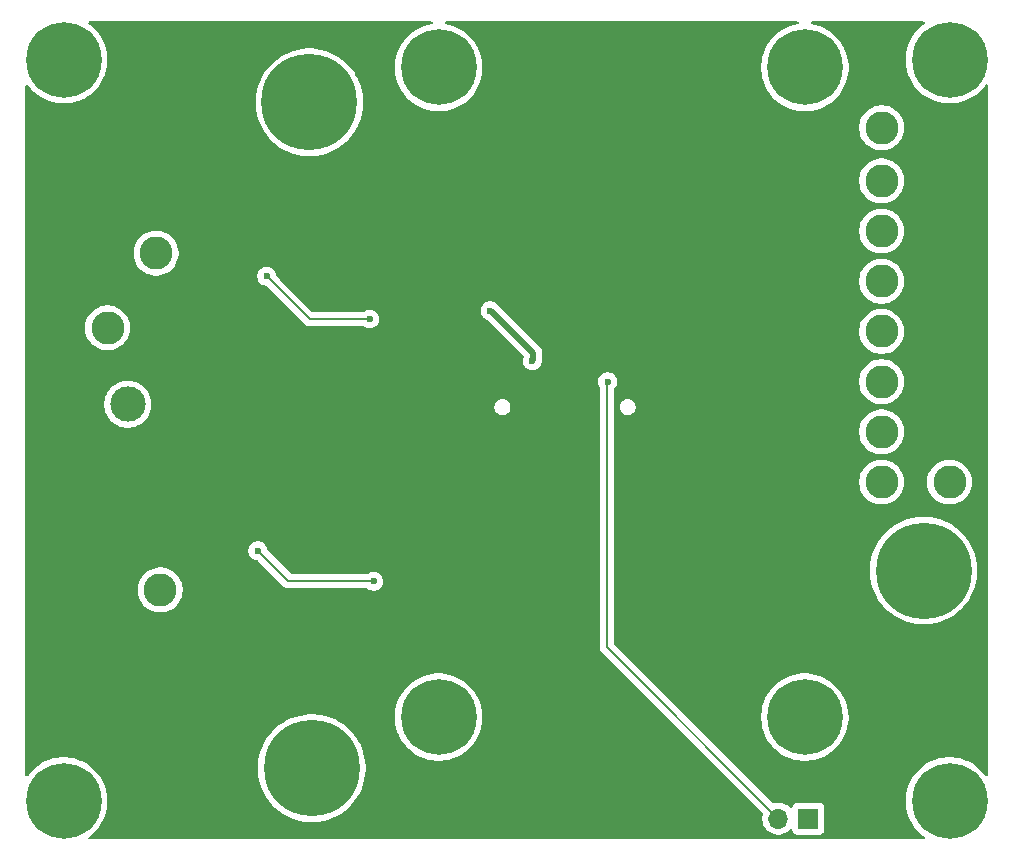
<source format=gbr>
%TF.GenerationSoftware,KiCad,Pcbnew,9.0.0*%
%TF.CreationDate,2025-10-14T01:09:05-05:00*%
%TF.ProjectId,TestBoard_PowerMuxPCB,54657374-426f-4617-9264-5f506f776572,rev?*%
%TF.SameCoordinates,Original*%
%TF.FileFunction,Copper,L2,Bot*%
%TF.FilePolarity,Positive*%
%FSLAX46Y46*%
G04 Gerber Fmt 4.6, Leading zero omitted, Abs format (unit mm)*
G04 Created by KiCad (PCBNEW 9.0.0) date 2025-10-14 01:09:05*
%MOMM*%
%LPD*%
G01*
G04 APERTURE LIST*
G04 Aperture macros list*
%AMRoundRect*
0 Rectangle with rounded corners*
0 $1 Rounding radius*
0 $2 $3 $4 $5 $6 $7 $8 $9 X,Y pos of 4 corners*
0 Add a 4 corners polygon primitive as box body*
4,1,4,$2,$3,$4,$5,$6,$7,$8,$9,$2,$3,0*
0 Add four circle primitives for the rounded corners*
1,1,$1+$1,$2,$3*
1,1,$1+$1,$4,$5*
1,1,$1+$1,$6,$7*
1,1,$1+$1,$8,$9*
0 Add four rect primitives between the rounded corners*
20,1,$1+$1,$2,$3,$4,$5,0*
20,1,$1+$1,$4,$5,$6,$7,0*
20,1,$1+$1,$6,$7,$8,$9,0*
20,1,$1+$1,$8,$9,$2,$3,0*%
G04 Aperture macros list end*
%TA.AperFunction,ComponentPad*%
%ADD10C,3.600000*%
%TD*%
%TA.AperFunction,ConnectorPad*%
%ADD11C,6.400000*%
%TD*%
%TA.AperFunction,ComponentPad*%
%ADD12C,8.115000*%
%TD*%
%TA.AperFunction,ComponentPad*%
%ADD13C,6.400000*%
%TD*%
%TA.AperFunction,ComponentPad*%
%ADD14C,2.800000*%
%TD*%
%TA.AperFunction,ComponentPad*%
%ADD15R,1.700000X1.700000*%
%TD*%
%TA.AperFunction,ComponentPad*%
%ADD16O,1.700000X1.700000*%
%TD*%
%TA.AperFunction,ComponentPad*%
%ADD17RoundRect,0.750000X0.750000X-0.750000X0.750000X0.750000X-0.750000X0.750000X-0.750000X-0.750000X0*%
%TD*%
%TA.AperFunction,ComponentPad*%
%ADD18C,3.000000*%
%TD*%
%TA.AperFunction,ViaPad*%
%ADD19C,0.600000*%
%TD*%
%TA.AperFunction,Conductor*%
%ADD20C,0.200000*%
%TD*%
%TA.AperFunction,Conductor*%
%ADD21C,0.500000*%
%TD*%
G04 APERTURE END LIST*
D10*
%TO.P,J6,X*%
%TO.N,N/C*%
X139250000Y-126400000D03*
D11*
X139250000Y-126400000D03*
D10*
X170250000Y-126400000D03*
D11*
X170250000Y-126400000D03*
D10*
X139250000Y-71400000D03*
D11*
X139250000Y-71400000D03*
D10*
X170250000Y-71400000D03*
D11*
X170250000Y-71400000D03*
%TD*%
D12*
%TO.P,J5,1,Pin_1*%
%TO.N,+3.3V*%
X180310000Y-114000000D03*
%TD*%
D13*
%TO.P,H2,1,1*%
%TO.N,unconnected-(H2-Pad1)*%
X107500000Y-133500000D03*
%TD*%
D14*
%TO.P,TP18,1,1*%
%TO.N,GND*%
X144263333Y-135000000D03*
%TD*%
D13*
%TO.P,H1,1,1*%
%TO.N,unconnected-(H1-Pad1)*%
X182500000Y-70750000D03*
%TD*%
%TO.P,H4,1,1*%
%TO.N,unconnected-(H4-Pad1)*%
X107500000Y-70750000D03*
%TD*%
D12*
%TO.P,J2,1,Pin_1*%
%TO.N,GND*%
X117300000Y-74350000D03*
%TD*%
%TO.P,J7,1,Pin_1*%
%TO.N,GND*%
X180250000Y-124750000D03*
%TD*%
D15*
%TO.P,J8,1,Pin_1*%
%TO.N,+3.3V*%
X170540000Y-135000000D03*
D16*
%TO.P,J8,2,Pin_2*%
%TO.N,/SHDN*%
X168000000Y-135000000D03*
%TO.P,J8,3,Pin_3*%
%TO.N,GND*%
X165460000Y-135000000D03*
%TD*%
D14*
%TO.P,TP19,1,1*%
%TO.N,GND*%
X151526667Y-135000000D03*
%TD*%
%TO.P,TP2,1,1*%
%TO.N,/VDL1*%
X176750000Y-102250000D03*
%TD*%
%TO.P,TP16,1,1*%
%TO.N,GND*%
X158790000Y-135000000D03*
%TD*%
D12*
%TO.P,J3,1,Pin_1*%
%TO.N,GND*%
X117350000Y-130725000D03*
%TD*%
D14*
%TO.P,TP4,1,1*%
%TO.N,/DISABLE1*%
X176750000Y-93750000D03*
%TD*%
%TO.P,TP15,1,1*%
%TO.N,/Out*%
X111210000Y-93440000D03*
%TD*%
%TO.P,TP5,1,1*%
%TO.N,/CHL2*%
X176750000Y-76500000D03*
%TD*%
%TO.P,TP14,1,1*%
%TO.N,/V1*%
X115680000Y-115630000D03*
%TD*%
%TO.P,TP8,1,1*%
%TO.N,/DISABLE2*%
X176750000Y-89500000D03*
%TD*%
%TO.P,TP3,1,1*%
%TO.N,/FTL1*%
X176750000Y-98000000D03*
%TD*%
%TO.P,TP17,1,1*%
%TO.N,GND*%
X137000000Y-135000000D03*
%TD*%
D12*
%TO.P,J1,1,Pin_1*%
%TO.N,/V1*%
X128500000Y-130725000D03*
%TD*%
%TO.P,J4,1,Pin_1*%
%TO.N,/V2*%
X128300000Y-74350000D03*
%TD*%
D13*
%TO.P,H3,1,1*%
%TO.N,unconnected-(H3-Pad1)*%
X182500000Y-133500000D03*
%TD*%
D14*
%TO.P,TP6,1,1*%
%TO.N,/VDL2*%
X176750000Y-81000000D03*
%TD*%
%TO.P,TP12,1,1*%
%TO.N,+3.3V*%
X182500000Y-106500000D03*
%TD*%
%TO.P,TP7,1,1*%
%TO.N,/FTL2*%
X176750000Y-85250000D03*
%TD*%
D17*
%TO.P,J9,1,Pin_1*%
%TO.N,GND*%
X112930000Y-104910000D03*
D18*
%TO.P,J9,2,Pin_2*%
%TO.N,/Out*%
X112930000Y-99910000D03*
%TD*%
D14*
%TO.P,TP13,1,1*%
%TO.N,/V2*%
X115325000Y-87125000D03*
%TD*%
%TO.P,TP1,1,1*%
%TO.N,/CHL1*%
X176750000Y-106500000D03*
%TD*%
D19*
%TO.N,GND*%
X136840000Y-101650000D03*
X154400000Y-98825000D03*
X136610000Y-117920000D03*
X147500000Y-98750000D03*
X156000000Y-97000000D03*
X147120000Y-106220000D03*
X140380000Y-101650000D03*
X134725000Y-89300000D03*
X138470000Y-117920000D03*
X136560000Y-104790000D03*
X138250000Y-96840000D03*
X136620000Y-107250000D03*
X147120000Y-108770000D03*
X140240000Y-107130000D03*
X137175000Y-89275000D03*
X140210000Y-104780000D03*
X145260000Y-106220000D03*
X136610000Y-115370000D03*
X134990000Y-96830000D03*
X156000000Y-98750000D03*
X136680000Y-96830000D03*
X134725000Y-91825000D03*
X134890000Y-101670000D03*
X140330000Y-96820000D03*
X134740000Y-93550000D03*
X154500000Y-95500000D03*
X154500000Y-102500000D03*
X137175000Y-91825000D03*
X138130000Y-104800000D03*
X134990000Y-107280000D03*
X144570000Y-110270000D03*
X137180000Y-93440000D03*
X156000000Y-102500000D03*
X138130000Y-107210000D03*
X156000000Y-95500000D03*
X156000000Y-101000000D03*
X145260000Y-108770000D03*
X140840000Y-113980000D03*
X138470000Y-115370000D03*
X142710000Y-112160000D03*
X134870000Y-104790000D03*
X138380000Y-101620000D03*
%TO.N,/GATE1*%
X133750000Y-114910000D03*
X123930000Y-112310000D03*
%TO.N,/SOURCE2*%
X143600000Y-92000000D03*
X147174998Y-96250000D03*
%TO.N,/GATE2*%
X133400000Y-92700000D03*
X124700000Y-89075000D03*
%TO.N,/SHDN*%
X153550000Y-98000000D03*
%TD*%
D20*
%TO.N,/SHDN*%
X153500000Y-98050000D02*
X153500000Y-120500000D01*
X153550000Y-98000000D02*
X153500000Y-98050000D01*
X153500000Y-120500000D02*
X168000000Y-135000000D01*
D21*
%TO.N,/SOURCE2*%
X143700000Y-92000000D02*
X143600000Y-92000000D01*
X147174998Y-96250000D02*
X147250000Y-96174998D01*
X147250000Y-96174998D02*
X147250000Y-95550000D01*
X147250000Y-95550000D02*
X143700000Y-92000000D01*
%TO.N,GND*%
X138410000Y-101650000D02*
X138380000Y-101620000D01*
X134910000Y-101650000D02*
X134890000Y-101670000D01*
D20*
%TO.N,/GATE1*%
X126530000Y-114910000D02*
X133750000Y-114910000D01*
X123930000Y-112310000D02*
X126530000Y-114910000D01*
%TO.N,/GATE2*%
X128325000Y-92700000D02*
X133400000Y-92700000D01*
X124700000Y-89075000D02*
X128325000Y-92700000D01*
%TD*%
%TA.AperFunction,Conductor*%
%TO.N,GND*%
G36*
X138694020Y-67520185D02*
G01*
X138739775Y-67572989D01*
X138749719Y-67642147D01*
X138720694Y-67705703D01*
X138661916Y-67743477D01*
X138651172Y-67746117D01*
X138349787Y-67806064D01*
X138349776Y-67806067D01*
X138001834Y-67911614D01*
X137665921Y-68050754D01*
X137665916Y-68050756D01*
X137345279Y-68222140D01*
X137345261Y-68222151D01*
X137042964Y-68424140D01*
X137042950Y-68424150D01*
X136761893Y-68654807D01*
X136504807Y-68911893D01*
X136274150Y-69192950D01*
X136274140Y-69192964D01*
X136072151Y-69495261D01*
X136072140Y-69495279D01*
X135900756Y-69815916D01*
X135900754Y-69815921D01*
X135761614Y-70151834D01*
X135656067Y-70499776D01*
X135656064Y-70499787D01*
X135585137Y-70856369D01*
X135549500Y-71218209D01*
X135549500Y-71581790D01*
X135585137Y-71943630D01*
X135656064Y-72300212D01*
X135656067Y-72300223D01*
X135761614Y-72648165D01*
X135900754Y-72984078D01*
X135900756Y-72984083D01*
X136072140Y-73304720D01*
X136072151Y-73304738D01*
X136274140Y-73607035D01*
X136274150Y-73607049D01*
X136504807Y-73888106D01*
X136761893Y-74145192D01*
X136761898Y-74145196D01*
X136761899Y-74145197D01*
X137042956Y-74375854D01*
X137345268Y-74577853D01*
X137345277Y-74577858D01*
X137345279Y-74577859D01*
X137665916Y-74749243D01*
X137665918Y-74749243D01*
X137665924Y-74749247D01*
X138001836Y-74888386D01*
X138349767Y-74993930D01*
X138349773Y-74993931D01*
X138349776Y-74993932D01*
X138349787Y-74993935D01*
X138706369Y-75064862D01*
X139068206Y-75100500D01*
X139068209Y-75100500D01*
X139431791Y-75100500D01*
X139431794Y-75100500D01*
X139793631Y-75064862D01*
X139863045Y-75051054D01*
X140150212Y-74993935D01*
X140150223Y-74993932D01*
X140150223Y-74993931D01*
X140150233Y-74993930D01*
X140498164Y-74888386D01*
X140834076Y-74749247D01*
X141154732Y-74577853D01*
X141457044Y-74375854D01*
X141738101Y-74145197D01*
X141995197Y-73888101D01*
X142225854Y-73607044D01*
X142427853Y-73304732D01*
X142599247Y-72984076D01*
X142738386Y-72648164D01*
X142843930Y-72300233D01*
X142843932Y-72300223D01*
X142843935Y-72300212D01*
X142914862Y-71943630D01*
X142950500Y-71581790D01*
X142950500Y-71218209D01*
X142914862Y-70856369D01*
X142843935Y-70499787D01*
X142843932Y-70499776D01*
X142843931Y-70499773D01*
X142843930Y-70499767D01*
X142738386Y-70151836D01*
X142599247Y-69815924D01*
X142586459Y-69792000D01*
X142427859Y-69495279D01*
X142427858Y-69495277D01*
X142427853Y-69495268D01*
X142225854Y-69192956D01*
X141995197Y-68911899D01*
X141995196Y-68911898D01*
X141995192Y-68911893D01*
X141738106Y-68654807D01*
X141457049Y-68424150D01*
X141457048Y-68424149D01*
X141457044Y-68424146D01*
X141154732Y-68222147D01*
X141154727Y-68222144D01*
X141154720Y-68222140D01*
X140834083Y-68050756D01*
X140834078Y-68050754D01*
X140498165Y-67911614D01*
X140150223Y-67806067D01*
X140150212Y-67806064D01*
X139848828Y-67746117D01*
X139786917Y-67713733D01*
X139752343Y-67653017D01*
X139756082Y-67583247D01*
X139796948Y-67526575D01*
X139861966Y-67500994D01*
X139873019Y-67500500D01*
X169626981Y-67500500D01*
X169694020Y-67520185D01*
X169739775Y-67572989D01*
X169749719Y-67642147D01*
X169720694Y-67705703D01*
X169661916Y-67743477D01*
X169651172Y-67746117D01*
X169349787Y-67806064D01*
X169349776Y-67806067D01*
X169001834Y-67911614D01*
X168665921Y-68050754D01*
X168665916Y-68050756D01*
X168345279Y-68222140D01*
X168345261Y-68222151D01*
X168042964Y-68424140D01*
X168042950Y-68424150D01*
X167761893Y-68654807D01*
X167504807Y-68911893D01*
X167274150Y-69192950D01*
X167274140Y-69192964D01*
X167072151Y-69495261D01*
X167072140Y-69495279D01*
X166900756Y-69815916D01*
X166900754Y-69815921D01*
X166761614Y-70151834D01*
X166656067Y-70499776D01*
X166656064Y-70499787D01*
X166585137Y-70856369D01*
X166549500Y-71218209D01*
X166549500Y-71581790D01*
X166585137Y-71943630D01*
X166656064Y-72300212D01*
X166656067Y-72300223D01*
X166761614Y-72648165D01*
X166900754Y-72984078D01*
X166900756Y-72984083D01*
X167072140Y-73304720D01*
X167072151Y-73304738D01*
X167274140Y-73607035D01*
X167274150Y-73607049D01*
X167504807Y-73888106D01*
X167761893Y-74145192D01*
X167761898Y-74145196D01*
X167761899Y-74145197D01*
X168042956Y-74375854D01*
X168345268Y-74577853D01*
X168345277Y-74577858D01*
X168345279Y-74577859D01*
X168665916Y-74749243D01*
X168665918Y-74749243D01*
X168665924Y-74749247D01*
X169001836Y-74888386D01*
X169349767Y-74993930D01*
X169349773Y-74993931D01*
X169349776Y-74993932D01*
X169349787Y-74993935D01*
X169706369Y-75064862D01*
X170068206Y-75100500D01*
X170068209Y-75100500D01*
X170431791Y-75100500D01*
X170431794Y-75100500D01*
X170793631Y-75064862D01*
X170863045Y-75051054D01*
X171150212Y-74993935D01*
X171150223Y-74993932D01*
X171150223Y-74993931D01*
X171150233Y-74993930D01*
X171498164Y-74888386D01*
X171834076Y-74749247D01*
X172154732Y-74577853D01*
X172457044Y-74375854D01*
X172738101Y-74145197D01*
X172995197Y-73888101D01*
X173225854Y-73607044D01*
X173427853Y-73304732D01*
X173599247Y-72984076D01*
X173738386Y-72648164D01*
X173843930Y-72300233D01*
X173843932Y-72300223D01*
X173843935Y-72300212D01*
X173914862Y-71943630D01*
X173950500Y-71581790D01*
X173950500Y-71218209D01*
X173914862Y-70856369D01*
X173843935Y-70499787D01*
X173843932Y-70499776D01*
X173843931Y-70499773D01*
X173843930Y-70499767D01*
X173738386Y-70151836D01*
X173599247Y-69815924D01*
X173586459Y-69792000D01*
X173427859Y-69495279D01*
X173427858Y-69495277D01*
X173427853Y-69495268D01*
X173225854Y-69192956D01*
X172995197Y-68911899D01*
X172995196Y-68911898D01*
X172995192Y-68911893D01*
X172738106Y-68654807D01*
X172457049Y-68424150D01*
X172457048Y-68424149D01*
X172457044Y-68424146D01*
X172154732Y-68222147D01*
X172154727Y-68222144D01*
X172154720Y-68222140D01*
X171834083Y-68050756D01*
X171834078Y-68050754D01*
X171498165Y-67911614D01*
X171150223Y-67806067D01*
X171150212Y-67806064D01*
X170848828Y-67746117D01*
X170786917Y-67713733D01*
X170752343Y-67653017D01*
X170756082Y-67583247D01*
X170796948Y-67526575D01*
X170861966Y-67500994D01*
X170873019Y-67500500D01*
X180293723Y-67500500D01*
X180360762Y-67520185D01*
X180406517Y-67572989D01*
X180416461Y-67642147D01*
X180387436Y-67705703D01*
X180362614Y-67727602D01*
X180292964Y-67774140D01*
X180292950Y-67774150D01*
X180011893Y-68004807D01*
X179754807Y-68261893D01*
X179524150Y-68542950D01*
X179524140Y-68542964D01*
X179322151Y-68845261D01*
X179322140Y-68845279D01*
X179150756Y-69165916D01*
X179150754Y-69165921D01*
X179011614Y-69501834D01*
X178906067Y-69849776D01*
X178906064Y-69849787D01*
X178835137Y-70206369D01*
X178825605Y-70303156D01*
X178799500Y-70568206D01*
X178799500Y-70931794D01*
X178804868Y-70986291D01*
X178835137Y-71293630D01*
X178906064Y-71650212D01*
X178906067Y-71650223D01*
X179011614Y-71998165D01*
X179150754Y-72334078D01*
X179150756Y-72334083D01*
X179322140Y-72654720D01*
X179322151Y-72654738D01*
X179524140Y-72957035D01*
X179524150Y-72957049D01*
X179754807Y-73238106D01*
X180011893Y-73495192D01*
X180011898Y-73495196D01*
X180011899Y-73495197D01*
X180292956Y-73725854D01*
X180595268Y-73927853D01*
X180595277Y-73927858D01*
X180595279Y-73927859D01*
X180915916Y-74099243D01*
X180915918Y-74099243D01*
X180915924Y-74099247D01*
X181251836Y-74238386D01*
X181599767Y-74343930D01*
X181599773Y-74343931D01*
X181599776Y-74343932D01*
X181599787Y-74343935D01*
X181956369Y-74414862D01*
X182318206Y-74450500D01*
X182318209Y-74450500D01*
X182681791Y-74450500D01*
X182681794Y-74450500D01*
X183043631Y-74414862D01*
X183113045Y-74401054D01*
X183400212Y-74343935D01*
X183400223Y-74343932D01*
X183400223Y-74343931D01*
X183400233Y-74343930D01*
X183748164Y-74238386D01*
X184084076Y-74099247D01*
X184404732Y-73927853D01*
X184707044Y-73725854D01*
X184988101Y-73495197D01*
X185245197Y-73238101D01*
X185475854Y-72957044D01*
X185522398Y-72887385D01*
X185576010Y-72842581D01*
X185645335Y-72833874D01*
X185708362Y-72864028D01*
X185745082Y-72923471D01*
X185749500Y-72956277D01*
X185749500Y-131293722D01*
X185729815Y-131360761D01*
X185677011Y-131406516D01*
X185607853Y-131416460D01*
X185544297Y-131387435D01*
X185522398Y-131362613D01*
X185475860Y-131292964D01*
X185475849Y-131292950D01*
X185245192Y-131011893D01*
X184988106Y-130754807D01*
X184707049Y-130524150D01*
X184707048Y-130524149D01*
X184707044Y-130524146D01*
X184404732Y-130322147D01*
X184404727Y-130322144D01*
X184404720Y-130322140D01*
X184084083Y-130150756D01*
X184084078Y-130150754D01*
X184032754Y-130129495D01*
X183962754Y-130100500D01*
X183748165Y-130011614D01*
X183400223Y-129906067D01*
X183400212Y-129906064D01*
X183043630Y-129835137D01*
X182771111Y-129808296D01*
X182681794Y-129799500D01*
X182318206Y-129799500D01*
X182235679Y-129807628D01*
X181956369Y-129835137D01*
X181599787Y-129906064D01*
X181599776Y-129906067D01*
X181251834Y-130011614D01*
X180915921Y-130150754D01*
X180915916Y-130150756D01*
X180595279Y-130322140D01*
X180595261Y-130322151D01*
X180292964Y-130524140D01*
X180292950Y-130524150D01*
X180011893Y-130754807D01*
X179754807Y-131011893D01*
X179524150Y-131292950D01*
X179524140Y-131292964D01*
X179322151Y-131595261D01*
X179322140Y-131595279D01*
X179150756Y-131915916D01*
X179150754Y-131915921D01*
X179011614Y-132251834D01*
X178906067Y-132599776D01*
X178906064Y-132599787D01*
X178835137Y-132956369D01*
X178807628Y-133235679D01*
X178799500Y-133318206D01*
X178799500Y-133681794D01*
X178810337Y-133791829D01*
X178835137Y-134043630D01*
X178906064Y-134400212D01*
X178906067Y-134400223D01*
X179011614Y-134748165D01*
X179150754Y-135084078D01*
X179150756Y-135084083D01*
X179322140Y-135404720D01*
X179322151Y-135404738D01*
X179524140Y-135707035D01*
X179524150Y-135707049D01*
X179754807Y-135988106D01*
X180011893Y-136245192D01*
X180011898Y-136245196D01*
X180011899Y-136245197D01*
X180292956Y-136475854D01*
X180342215Y-136508768D01*
X180362614Y-136522398D01*
X180407419Y-136576010D01*
X180416126Y-136645335D01*
X180385972Y-136708362D01*
X180326529Y-136745082D01*
X180293723Y-136749500D01*
X109706277Y-136749500D01*
X109639238Y-136729815D01*
X109593483Y-136677011D01*
X109583539Y-136607853D01*
X109612564Y-136544297D01*
X109637386Y-136522398D01*
X109707044Y-136475854D01*
X109988101Y-136245197D01*
X110245197Y-135988101D01*
X110475854Y-135707044D01*
X110677853Y-135404732D01*
X110849247Y-135084076D01*
X110988386Y-134748164D01*
X111093930Y-134400233D01*
X111093932Y-134400223D01*
X111093935Y-134400212D01*
X111153226Y-134102128D01*
X111164862Y-134043631D01*
X111200500Y-133681794D01*
X111200500Y-133318206D01*
X111164862Y-132956369D01*
X111093935Y-132599787D01*
X111093932Y-132599776D01*
X111093931Y-132599773D01*
X111093930Y-132599767D01*
X110988386Y-132251836D01*
X110849247Y-131915924D01*
X110677853Y-131595268D01*
X110475854Y-131292956D01*
X110245197Y-131011899D01*
X110245196Y-131011898D01*
X110245192Y-131011893D01*
X109988106Y-130754807D01*
X109822795Y-130619140D01*
X109709290Y-130525989D01*
X123942000Y-130525989D01*
X123942000Y-130924010D01*
X123976689Y-131320507D01*
X124045803Y-131712466D01*
X124045806Y-131712479D01*
X124148813Y-132096912D01*
X124284951Y-132470946D01*
X124453143Y-132831637D01*
X124453156Y-132831661D01*
X124652155Y-133176336D01*
X124652164Y-133176351D01*
X124880455Y-133502384D01*
X125051481Y-133706204D01*
X125136289Y-133807274D01*
X125417726Y-134088711D01*
X125454339Y-134119433D01*
X125722615Y-134344544D01*
X125722621Y-134344548D01*
X125722622Y-134344549D01*
X126048655Y-134572840D01*
X126240769Y-134683757D01*
X126393338Y-134771843D01*
X126393362Y-134771856D01*
X126754053Y-134940048D01*
X126754058Y-134940049D01*
X126754067Y-134940054D01*
X127128077Y-135076183D01*
X127128083Y-135076184D01*
X127128087Y-135076186D01*
X127232780Y-135104238D01*
X127512528Y-135179196D01*
X127904495Y-135248311D01*
X128300991Y-135282999D01*
X128300992Y-135283000D01*
X128300993Y-135283000D01*
X128699008Y-135283000D01*
X128699008Y-135282999D01*
X129095505Y-135248311D01*
X129487472Y-135179196D01*
X129871923Y-135076183D01*
X130245933Y-134940054D01*
X130345312Y-134893713D01*
X130606637Y-134771856D01*
X130606645Y-134771851D01*
X130606655Y-134771847D01*
X130951345Y-134572840D01*
X131277378Y-134344549D01*
X131582274Y-134088711D01*
X131863711Y-133807274D01*
X132119549Y-133502378D01*
X132347840Y-133176345D01*
X132546847Y-132831655D01*
X132546851Y-132831645D01*
X132546856Y-132831637D01*
X132715048Y-132470946D01*
X132715048Y-132470945D01*
X132715054Y-132470933D01*
X132851183Y-132096923D01*
X132954196Y-131712472D01*
X133023311Y-131320505D01*
X133058000Y-130924007D01*
X133058000Y-130525993D01*
X133023311Y-130129495D01*
X132954196Y-129737528D01*
X132879238Y-129457780D01*
X132851186Y-129353087D01*
X132851184Y-129353083D01*
X132851183Y-129353077D01*
X132715054Y-128979067D01*
X132715049Y-128979058D01*
X132715048Y-128979053D01*
X132546856Y-128618362D01*
X132546843Y-128618338D01*
X132534348Y-128596697D01*
X132347840Y-128273655D01*
X132119549Y-127947622D01*
X132119548Y-127947621D01*
X132119544Y-127947615D01*
X131954752Y-127751225D01*
X131863711Y-127642726D01*
X131582274Y-127361289D01*
X131509485Y-127300212D01*
X131277384Y-127105455D01*
X130951351Y-126877164D01*
X130951348Y-126877162D01*
X130951345Y-126877160D01*
X130848936Y-126818034D01*
X130606661Y-126678156D01*
X130606637Y-126678143D01*
X130245946Y-126509951D01*
X130245935Y-126509947D01*
X130245933Y-126509946D01*
X129871923Y-126373817D01*
X129871922Y-126373816D01*
X129871912Y-126373813D01*
X129726821Y-126334937D01*
X129487479Y-126270806D01*
X129487482Y-126270806D01*
X129487472Y-126270804D01*
X129432130Y-126261045D01*
X129189196Y-126218209D01*
X135549500Y-126218209D01*
X135549500Y-126581790D01*
X135585137Y-126943630D01*
X135656064Y-127300212D01*
X135656067Y-127300223D01*
X135656069Y-127300232D01*
X135656070Y-127300233D01*
X135761614Y-127648164D01*
X135885650Y-127947615D01*
X135900754Y-127984078D01*
X135900756Y-127984083D01*
X136072140Y-128304720D01*
X136072151Y-128304738D01*
X136274140Y-128607035D01*
X136274150Y-128607049D01*
X136504807Y-128888106D01*
X136761893Y-129145192D01*
X136761898Y-129145196D01*
X136761899Y-129145197D01*
X137042956Y-129375854D01*
X137345268Y-129577853D01*
X137345277Y-129577858D01*
X137345279Y-129577859D01*
X137665916Y-129749243D01*
X137665918Y-129749243D01*
X137665924Y-129749247D01*
X138001836Y-129888386D01*
X138349767Y-129993930D01*
X138349773Y-129993931D01*
X138349776Y-129993932D01*
X138349787Y-129993935D01*
X138706369Y-130064862D01*
X139068206Y-130100500D01*
X139068209Y-130100500D01*
X139431791Y-130100500D01*
X139431794Y-130100500D01*
X139793631Y-130064862D01*
X139863045Y-130051054D01*
X140150212Y-129993935D01*
X140150223Y-129993932D01*
X140150223Y-129993931D01*
X140150233Y-129993930D01*
X140498164Y-129888386D01*
X140834076Y-129749247D01*
X141154732Y-129577853D01*
X141457044Y-129375854D01*
X141738101Y-129145197D01*
X141995197Y-128888101D01*
X142225854Y-128607044D01*
X142427853Y-128304732D01*
X142599247Y-127984076D01*
X142738386Y-127648164D01*
X142843930Y-127300233D01*
X142843932Y-127300223D01*
X142843935Y-127300212D01*
X142914862Y-126943630D01*
X142950500Y-126581790D01*
X142950500Y-126218209D01*
X142945456Y-126167000D01*
X142914862Y-125856369D01*
X142843935Y-125499787D01*
X142843932Y-125499776D01*
X142843931Y-125499773D01*
X142843930Y-125499767D01*
X142738386Y-125151836D01*
X142599247Y-124815924D01*
X142427853Y-124495268D01*
X142225854Y-124192956D01*
X141995197Y-123911899D01*
X141995196Y-123911898D01*
X141995192Y-123911893D01*
X141738106Y-123654807D01*
X141457049Y-123424150D01*
X141457048Y-123424149D01*
X141457044Y-123424146D01*
X141154732Y-123222147D01*
X141154727Y-123222144D01*
X141154720Y-123222140D01*
X140834083Y-123050756D01*
X140834078Y-123050754D01*
X140498165Y-122911614D01*
X140150223Y-122806067D01*
X140150212Y-122806064D01*
X139793630Y-122735137D01*
X139521111Y-122708296D01*
X139431794Y-122699500D01*
X139068206Y-122699500D01*
X138985679Y-122707628D01*
X138706369Y-122735137D01*
X138349787Y-122806064D01*
X138349776Y-122806067D01*
X138001834Y-122911614D01*
X137665921Y-123050754D01*
X137665916Y-123050756D01*
X137345279Y-123222140D01*
X137345261Y-123222151D01*
X137042964Y-123424140D01*
X137042950Y-123424150D01*
X136761893Y-123654807D01*
X136504807Y-123911893D01*
X136274150Y-124192950D01*
X136274140Y-124192964D01*
X136072151Y-124495261D01*
X136072140Y-124495279D01*
X135900756Y-124815916D01*
X135900754Y-124815921D01*
X135761614Y-125151834D01*
X135656067Y-125499776D01*
X135656064Y-125499787D01*
X135585137Y-125856369D01*
X135549500Y-126218209D01*
X129189196Y-126218209D01*
X129095507Y-126201689D01*
X128699010Y-126167000D01*
X128699007Y-126167000D01*
X128300993Y-126167000D01*
X128300989Y-126167000D01*
X127904492Y-126201689D01*
X127512533Y-126270803D01*
X127512530Y-126270803D01*
X127512528Y-126270804D01*
X127512523Y-126270805D01*
X127512520Y-126270806D01*
X127128087Y-126373813D01*
X126754053Y-126509951D01*
X126393362Y-126678143D01*
X126393338Y-126678156D01*
X126048663Y-126877155D01*
X126048648Y-126877164D01*
X125722615Y-127105455D01*
X125417723Y-127361291D01*
X125136291Y-127642723D01*
X124880455Y-127947615D01*
X124652164Y-128273648D01*
X124652155Y-128273663D01*
X124453156Y-128618338D01*
X124453143Y-128618362D01*
X124284951Y-128979053D01*
X124148813Y-129353087D01*
X124045806Y-129737520D01*
X124045803Y-129737533D01*
X123976689Y-130129492D01*
X123942000Y-130525989D01*
X109709290Y-130525989D01*
X109707049Y-130524150D01*
X109707048Y-130524149D01*
X109707044Y-130524146D01*
X109404732Y-130322147D01*
X109404727Y-130322144D01*
X109404720Y-130322140D01*
X109084083Y-130150756D01*
X109084078Y-130150754D01*
X109032754Y-130129495D01*
X108962754Y-130100500D01*
X108748165Y-130011614D01*
X108400223Y-129906067D01*
X108400212Y-129906064D01*
X108043630Y-129835137D01*
X107771111Y-129808296D01*
X107681794Y-129799500D01*
X107318206Y-129799500D01*
X107235679Y-129807628D01*
X106956369Y-129835137D01*
X106599787Y-129906064D01*
X106599776Y-129906067D01*
X106251834Y-130011614D01*
X105915921Y-130150754D01*
X105915916Y-130150756D01*
X105595279Y-130322140D01*
X105595261Y-130322151D01*
X105292964Y-130524140D01*
X105292950Y-130524150D01*
X105011893Y-130754807D01*
X104754807Y-131011893D01*
X104524150Y-131292950D01*
X104524139Y-131292964D01*
X104477602Y-131362613D01*
X104423989Y-131407418D01*
X104354664Y-131416125D01*
X104291637Y-131385970D01*
X104254918Y-131326527D01*
X104250500Y-131293722D01*
X104250500Y-115505435D01*
X113779500Y-115505435D01*
X113779500Y-115754565D01*
X113812018Y-116001565D01*
X113876498Y-116242207D01*
X113971830Y-116472361D01*
X113971837Y-116472376D01*
X114096400Y-116688126D01*
X114248060Y-116885774D01*
X114248066Y-116885781D01*
X114424218Y-117061933D01*
X114424225Y-117061939D01*
X114621873Y-117213599D01*
X114837623Y-117338162D01*
X114837638Y-117338169D01*
X114936825Y-117379253D01*
X115067793Y-117433502D01*
X115308435Y-117497982D01*
X115555435Y-117530500D01*
X115555442Y-117530500D01*
X115804558Y-117530500D01*
X115804565Y-117530500D01*
X116051565Y-117497982D01*
X116292207Y-117433502D01*
X116522373Y-117338164D01*
X116738127Y-117213599D01*
X116935776Y-117061938D01*
X117111938Y-116885776D01*
X117263599Y-116688127D01*
X117388164Y-116472373D01*
X117483502Y-116242207D01*
X117547982Y-116001565D01*
X117580500Y-115754565D01*
X117580500Y-115505435D01*
X117547982Y-115258435D01*
X117483502Y-115017793D01*
X117388164Y-114787627D01*
X117263599Y-114571873D01*
X117111938Y-114374224D01*
X117111933Y-114374218D01*
X116935781Y-114198066D01*
X116935774Y-114198060D01*
X116738126Y-114046400D01*
X116522376Y-113921837D01*
X116522361Y-113921830D01*
X116292207Y-113826498D01*
X116197021Y-113800993D01*
X116051565Y-113762018D01*
X116051564Y-113762017D01*
X116051561Y-113762017D01*
X115804575Y-113729501D01*
X115804570Y-113729500D01*
X115804565Y-113729500D01*
X115555435Y-113729500D01*
X115555429Y-113729500D01*
X115555424Y-113729501D01*
X115308438Y-113762017D01*
X115067792Y-113826498D01*
X114837638Y-113921830D01*
X114837623Y-113921837D01*
X114621873Y-114046400D01*
X114424225Y-114198060D01*
X114424218Y-114198066D01*
X114248066Y-114374218D01*
X114248060Y-114374225D01*
X114096400Y-114571873D01*
X113971837Y-114787623D01*
X113971830Y-114787638D01*
X113876498Y-115017792D01*
X113812017Y-115258438D01*
X113779501Y-115505424D01*
X113779500Y-115505435D01*
X104250500Y-115505435D01*
X104250500Y-112231153D01*
X123129500Y-112231153D01*
X123129500Y-112388846D01*
X123160261Y-112543489D01*
X123160264Y-112543501D01*
X123220602Y-112689172D01*
X123220609Y-112689185D01*
X123308210Y-112820288D01*
X123308213Y-112820292D01*
X123419707Y-112931786D01*
X123419711Y-112931789D01*
X123550814Y-113019390D01*
X123550827Y-113019397D01*
X123696498Y-113079735D01*
X123696503Y-113079737D01*
X123761147Y-113092595D01*
X123851849Y-113110638D01*
X123913760Y-113143023D01*
X123915339Y-113144574D01*
X126045139Y-115274374D01*
X126045149Y-115274385D01*
X126049479Y-115278715D01*
X126049480Y-115278716D01*
X126161284Y-115390520D01*
X126212845Y-115420288D01*
X126248095Y-115440639D01*
X126248097Y-115440641D01*
X126298213Y-115469576D01*
X126298215Y-115469577D01*
X126450942Y-115510500D01*
X126450943Y-115510500D01*
X133170234Y-115510500D01*
X133237273Y-115530185D01*
X133239125Y-115531398D01*
X133370814Y-115619390D01*
X133370827Y-115619397D01*
X133516498Y-115679735D01*
X133516503Y-115679737D01*
X133671153Y-115710499D01*
X133671156Y-115710500D01*
X133671158Y-115710500D01*
X133828844Y-115710500D01*
X133828845Y-115710499D01*
X133983497Y-115679737D01*
X134129179Y-115619394D01*
X134260289Y-115531789D01*
X134371789Y-115420289D01*
X134459394Y-115289179D01*
X134519737Y-115143497D01*
X134550500Y-114988842D01*
X134550500Y-114831158D01*
X134550500Y-114831155D01*
X134550499Y-114831153D01*
X134519738Y-114676510D01*
X134519737Y-114676503D01*
X134486187Y-114595505D01*
X134459397Y-114530827D01*
X134459390Y-114530814D01*
X134371789Y-114399711D01*
X134371786Y-114399707D01*
X134260292Y-114288213D01*
X134260288Y-114288210D01*
X134129185Y-114200609D01*
X134129172Y-114200602D01*
X133983501Y-114140264D01*
X133983489Y-114140261D01*
X133828845Y-114109500D01*
X133828842Y-114109500D01*
X133671158Y-114109500D01*
X133671155Y-114109500D01*
X133516510Y-114140261D01*
X133516498Y-114140264D01*
X133370827Y-114200602D01*
X133370814Y-114200609D01*
X133239125Y-114288602D01*
X133172447Y-114309480D01*
X133170234Y-114309500D01*
X126830097Y-114309500D01*
X126763058Y-114289815D01*
X126742416Y-114273181D01*
X124764574Y-112295339D01*
X124731089Y-112234016D01*
X124730638Y-112231849D01*
X124699738Y-112076510D01*
X124699737Y-112076503D01*
X124699735Y-112076498D01*
X124639397Y-111930827D01*
X124639390Y-111930814D01*
X124551789Y-111799711D01*
X124551786Y-111799707D01*
X124440292Y-111688213D01*
X124440288Y-111688210D01*
X124309185Y-111600609D01*
X124309172Y-111600602D01*
X124163501Y-111540264D01*
X124163489Y-111540261D01*
X124008845Y-111509500D01*
X124008842Y-111509500D01*
X123851158Y-111509500D01*
X123851155Y-111509500D01*
X123696510Y-111540261D01*
X123696498Y-111540264D01*
X123550827Y-111600602D01*
X123550814Y-111600609D01*
X123419711Y-111688210D01*
X123419707Y-111688213D01*
X123308213Y-111799707D01*
X123308210Y-111799711D01*
X123220609Y-111930814D01*
X123220602Y-111930827D01*
X123160264Y-112076498D01*
X123160261Y-112076510D01*
X123129500Y-112231153D01*
X104250500Y-112231153D01*
X104250500Y-99778872D01*
X110929500Y-99778872D01*
X110929500Y-100041127D01*
X110935075Y-100083469D01*
X110963730Y-100301116D01*
X111028231Y-100541837D01*
X111031602Y-100554418D01*
X111031605Y-100554428D01*
X111131953Y-100796690D01*
X111131958Y-100796700D01*
X111263075Y-101023803D01*
X111422718Y-101231851D01*
X111422726Y-101231860D01*
X111608140Y-101417274D01*
X111608148Y-101417281D01*
X111816196Y-101576924D01*
X112043299Y-101708041D01*
X112043309Y-101708046D01*
X112285571Y-101808394D01*
X112285581Y-101808398D01*
X112538884Y-101876270D01*
X112798880Y-101910500D01*
X112798887Y-101910500D01*
X113061113Y-101910500D01*
X113061120Y-101910500D01*
X113321116Y-101876270D01*
X113574419Y-101808398D01*
X113816697Y-101708043D01*
X114043803Y-101576924D01*
X114251851Y-101417282D01*
X114251855Y-101417277D01*
X114251860Y-101417274D01*
X114437274Y-101231860D01*
X114437277Y-101231855D01*
X114437282Y-101231851D01*
X114596924Y-101023803D01*
X114728043Y-100796697D01*
X114828398Y-100554419D01*
X114896270Y-100301116D01*
X114907406Y-100216533D01*
X143974499Y-100216533D01*
X144000458Y-100347030D01*
X144000461Y-100347040D01*
X144051376Y-100469961D01*
X144051386Y-100469979D01*
X144125301Y-100580601D01*
X144125307Y-100580609D01*
X144219390Y-100674692D01*
X144219398Y-100674698D01*
X144330020Y-100748613D01*
X144330023Y-100748614D01*
X144330031Y-100748620D01*
X144330037Y-100748622D01*
X144330038Y-100748623D01*
X144452959Y-100799538D01*
X144452964Y-100799540D01*
X144452968Y-100799540D01*
X144452969Y-100799541D01*
X144583466Y-100825500D01*
X144583469Y-100825500D01*
X144716533Y-100825500D01*
X144804325Y-100808035D01*
X144847036Y-100799540D01*
X144969969Y-100748620D01*
X145080606Y-100674695D01*
X145174695Y-100580606D01*
X145248620Y-100469969D01*
X145299540Y-100347036D01*
X145325500Y-100216531D01*
X145325500Y-100083469D01*
X145325500Y-100083466D01*
X145299541Y-99952969D01*
X145299540Y-99952968D01*
X145299540Y-99952964D01*
X145248620Y-99830031D01*
X145230893Y-99803501D01*
X145174698Y-99719398D01*
X145174692Y-99719390D01*
X145080609Y-99625307D01*
X145080601Y-99625301D01*
X144969979Y-99551386D01*
X144969972Y-99551382D01*
X144969969Y-99551380D01*
X144969965Y-99551378D01*
X144969961Y-99551376D01*
X144847040Y-99500461D01*
X144847030Y-99500458D01*
X144716533Y-99474500D01*
X144716531Y-99474500D01*
X144583469Y-99474500D01*
X144583467Y-99474500D01*
X144452969Y-99500458D01*
X144452959Y-99500461D01*
X144330038Y-99551376D01*
X144330020Y-99551386D01*
X144219398Y-99625301D01*
X144219390Y-99625307D01*
X144125307Y-99719390D01*
X144125301Y-99719398D01*
X144051386Y-99830020D01*
X144051376Y-99830038D01*
X144000461Y-99952959D01*
X144000458Y-99952969D01*
X143974500Y-100083466D01*
X143974500Y-100083469D01*
X143974500Y-100216531D01*
X143974500Y-100216533D01*
X143974499Y-100216533D01*
X114907406Y-100216533D01*
X114930500Y-100041120D01*
X114930500Y-99778880D01*
X114896270Y-99518884D01*
X114828398Y-99265581D01*
X114742468Y-99058127D01*
X114728046Y-99023309D01*
X114728041Y-99023299D01*
X114596924Y-98796196D01*
X114437281Y-98588148D01*
X114437274Y-98588140D01*
X114251860Y-98402726D01*
X114251851Y-98402718D01*
X114043803Y-98243075D01*
X113816700Y-98111958D01*
X113816690Y-98111953D01*
X113617936Y-98029627D01*
X113574428Y-98011605D01*
X113574421Y-98011603D01*
X113574419Y-98011602D01*
X113321116Y-97943730D01*
X113263339Y-97936123D01*
X113149636Y-97921153D01*
X152749500Y-97921153D01*
X152749500Y-98078846D01*
X152780261Y-98233489D01*
X152780264Y-98233501D01*
X152840602Y-98379172D01*
X152840606Y-98379179D01*
X152878602Y-98436044D01*
X152899480Y-98502721D01*
X152899500Y-98504935D01*
X152899500Y-120413330D01*
X152899499Y-120413348D01*
X152899499Y-120579054D01*
X152899498Y-120579054D01*
X152940423Y-120731785D01*
X152969358Y-120781900D01*
X152969359Y-120781904D01*
X152969360Y-120781904D01*
X153019479Y-120868714D01*
X153019481Y-120868717D01*
X153138349Y-120987585D01*
X153138355Y-120987590D01*
X166666241Y-134515477D01*
X166699726Y-134576800D01*
X166696491Y-134641475D01*
X166682755Y-134683748D01*
X166682754Y-134683755D01*
X166649500Y-134893713D01*
X166649500Y-135106286D01*
X166682753Y-135316239D01*
X166748444Y-135518414D01*
X166844951Y-135707820D01*
X166969890Y-135879786D01*
X167120213Y-136030109D01*
X167292179Y-136155048D01*
X167292181Y-136155049D01*
X167292184Y-136155051D01*
X167481588Y-136251557D01*
X167683757Y-136317246D01*
X167893713Y-136350500D01*
X167893714Y-136350500D01*
X168106286Y-136350500D01*
X168106287Y-136350500D01*
X168316243Y-136317246D01*
X168518412Y-136251557D01*
X168707816Y-136155051D01*
X168879792Y-136030104D01*
X168993329Y-135916566D01*
X169054648Y-135883084D01*
X169124340Y-135888068D01*
X169180274Y-135929939D01*
X169197189Y-135960917D01*
X169246202Y-136092328D01*
X169246206Y-136092335D01*
X169332452Y-136207544D01*
X169332455Y-136207547D01*
X169447664Y-136293793D01*
X169447671Y-136293797D01*
X169582517Y-136344091D01*
X169582516Y-136344091D01*
X169589444Y-136344835D01*
X169642127Y-136350500D01*
X171437872Y-136350499D01*
X171497483Y-136344091D01*
X171632331Y-136293796D01*
X171747546Y-136207546D01*
X171833796Y-136092331D01*
X171884091Y-135957483D01*
X171890500Y-135897873D01*
X171890499Y-134102128D01*
X171884091Y-134042517D01*
X171882810Y-134039083D01*
X171833797Y-133907671D01*
X171833793Y-133907664D01*
X171747547Y-133792455D01*
X171747544Y-133792452D01*
X171632335Y-133706206D01*
X171632328Y-133706202D01*
X171497482Y-133655908D01*
X171497483Y-133655908D01*
X171437883Y-133649501D01*
X171437881Y-133649500D01*
X171437873Y-133649500D01*
X171437864Y-133649500D01*
X169642129Y-133649500D01*
X169642123Y-133649501D01*
X169582516Y-133655908D01*
X169447671Y-133706202D01*
X169447664Y-133706206D01*
X169332455Y-133792452D01*
X169332452Y-133792455D01*
X169246206Y-133907664D01*
X169246203Y-133907669D01*
X169197189Y-134039083D01*
X169155317Y-134095016D01*
X169089853Y-134119433D01*
X169021580Y-134104581D01*
X168993326Y-134083430D01*
X168879786Y-133969890D01*
X168707820Y-133844951D01*
X168518414Y-133748444D01*
X168518413Y-133748443D01*
X168518412Y-133748443D01*
X168316243Y-133682754D01*
X168316241Y-133682753D01*
X168316240Y-133682753D01*
X168154957Y-133657208D01*
X168106287Y-133649500D01*
X167893713Y-133649500D01*
X167823727Y-133660584D01*
X167683755Y-133682754D01*
X167683748Y-133682755D01*
X167641475Y-133696491D01*
X167571634Y-133698486D01*
X167515477Y-133666241D01*
X160067445Y-126218209D01*
X166549500Y-126218209D01*
X166549500Y-126581790D01*
X166585137Y-126943630D01*
X166656064Y-127300212D01*
X166656067Y-127300223D01*
X166656069Y-127300232D01*
X166656070Y-127300233D01*
X166761614Y-127648164D01*
X166885650Y-127947615D01*
X166900754Y-127984078D01*
X166900756Y-127984083D01*
X167072140Y-128304720D01*
X167072151Y-128304738D01*
X167274140Y-128607035D01*
X167274150Y-128607049D01*
X167504807Y-128888106D01*
X167761893Y-129145192D01*
X167761898Y-129145196D01*
X167761899Y-129145197D01*
X168042956Y-129375854D01*
X168345268Y-129577853D01*
X168345277Y-129577858D01*
X168345279Y-129577859D01*
X168665916Y-129749243D01*
X168665918Y-129749243D01*
X168665924Y-129749247D01*
X169001836Y-129888386D01*
X169349767Y-129993930D01*
X169349773Y-129993931D01*
X169349776Y-129993932D01*
X169349787Y-129993935D01*
X169706369Y-130064862D01*
X170068206Y-130100500D01*
X170068209Y-130100500D01*
X170431791Y-130100500D01*
X170431794Y-130100500D01*
X170793631Y-130064862D01*
X170863045Y-130051054D01*
X171150212Y-129993935D01*
X171150223Y-129993932D01*
X171150223Y-129993931D01*
X171150233Y-129993930D01*
X171498164Y-129888386D01*
X171834076Y-129749247D01*
X172154732Y-129577853D01*
X172457044Y-129375854D01*
X172738101Y-129145197D01*
X172995197Y-128888101D01*
X173225854Y-128607044D01*
X173427853Y-128304732D01*
X173599247Y-127984076D01*
X173738386Y-127648164D01*
X173843930Y-127300233D01*
X173843932Y-127300223D01*
X173843935Y-127300212D01*
X173914862Y-126943630D01*
X173950500Y-126581790D01*
X173950500Y-126218209D01*
X173945456Y-126167000D01*
X173914862Y-125856369D01*
X173843935Y-125499787D01*
X173843932Y-125499776D01*
X173843931Y-125499773D01*
X173843930Y-125499767D01*
X173738386Y-125151836D01*
X173599247Y-124815924D01*
X173427853Y-124495268D01*
X173225854Y-124192956D01*
X172995197Y-123911899D01*
X172995196Y-123911898D01*
X172995192Y-123911893D01*
X172738106Y-123654807D01*
X172457049Y-123424150D01*
X172457048Y-123424149D01*
X172457044Y-123424146D01*
X172154732Y-123222147D01*
X172154727Y-123222144D01*
X172154720Y-123222140D01*
X171834083Y-123050756D01*
X171834078Y-123050754D01*
X171498165Y-122911614D01*
X171150223Y-122806067D01*
X171150212Y-122806064D01*
X170793630Y-122735137D01*
X170521111Y-122708296D01*
X170431794Y-122699500D01*
X170068206Y-122699500D01*
X169985679Y-122707628D01*
X169706369Y-122735137D01*
X169349787Y-122806064D01*
X169349776Y-122806067D01*
X169001834Y-122911614D01*
X168665921Y-123050754D01*
X168665916Y-123050756D01*
X168345279Y-123222140D01*
X168345261Y-123222151D01*
X168042964Y-123424140D01*
X168042950Y-123424150D01*
X167761893Y-123654807D01*
X167504807Y-123911893D01*
X167274150Y-124192950D01*
X167274140Y-124192964D01*
X167072151Y-124495261D01*
X167072140Y-124495279D01*
X166900756Y-124815916D01*
X166900754Y-124815921D01*
X166761614Y-125151834D01*
X166656067Y-125499776D01*
X166656064Y-125499787D01*
X166585137Y-125856369D01*
X166549500Y-126218209D01*
X160067445Y-126218209D01*
X154136819Y-120287583D01*
X154103334Y-120226260D01*
X154100500Y-120199902D01*
X154100500Y-113800989D01*
X175752000Y-113800989D01*
X175752000Y-114199010D01*
X175786689Y-114595507D01*
X175855803Y-114987466D01*
X175855806Y-114987479D01*
X175958813Y-115371912D01*
X175958816Y-115371922D01*
X175958817Y-115371923D01*
X176082049Y-115710500D01*
X176094951Y-115745946D01*
X176263143Y-116106637D01*
X176263156Y-116106661D01*
X176462155Y-116451336D01*
X176462164Y-116451351D01*
X176690455Y-116777384D01*
X176885594Y-117009941D01*
X176946289Y-117082274D01*
X177227726Y-117363711D01*
X177310899Y-117433501D01*
X177532615Y-117619544D01*
X177532621Y-117619548D01*
X177532622Y-117619549D01*
X177858655Y-117847840D01*
X178181697Y-118034348D01*
X178203338Y-118046843D01*
X178203362Y-118046856D01*
X178564053Y-118215048D01*
X178564058Y-118215049D01*
X178564067Y-118215054D01*
X178938077Y-118351183D01*
X178938083Y-118351184D01*
X178938087Y-118351186D01*
X179042780Y-118379238D01*
X179322528Y-118454196D01*
X179714495Y-118523311D01*
X180110991Y-118557999D01*
X180110992Y-118558000D01*
X180110993Y-118558000D01*
X180509008Y-118558000D01*
X180509008Y-118557999D01*
X180905505Y-118523311D01*
X181297472Y-118454196D01*
X181681923Y-118351183D01*
X182055933Y-118215054D01*
X182055946Y-118215048D01*
X182416637Y-118046856D01*
X182416645Y-118046851D01*
X182416655Y-118046847D01*
X182761345Y-117847840D01*
X183087378Y-117619549D01*
X183392274Y-117363711D01*
X183673711Y-117082274D01*
X183929549Y-116777378D01*
X184157840Y-116451345D01*
X184356847Y-116106655D01*
X184356851Y-116106645D01*
X184356856Y-116106637D01*
X184525048Y-115745946D01*
X184525048Y-115745945D01*
X184525054Y-115745933D01*
X184661183Y-115371923D01*
X184764196Y-114987472D01*
X184833311Y-114595505D01*
X184868000Y-114199007D01*
X184868000Y-113800993D01*
X184833311Y-113404495D01*
X184764196Y-113012528D01*
X184661183Y-112628077D01*
X184525054Y-112254067D01*
X184525049Y-112254058D01*
X184525048Y-112254053D01*
X184356856Y-111893362D01*
X184356843Y-111893338D01*
X184238414Y-111688213D01*
X184157840Y-111548655D01*
X183929549Y-111222622D01*
X183929548Y-111222621D01*
X183929544Y-111222615D01*
X183673708Y-110917723D01*
X183392276Y-110636291D01*
X183087384Y-110380455D01*
X182761351Y-110152164D01*
X182761348Y-110152162D01*
X182761345Y-110152160D01*
X182658936Y-110093034D01*
X182416661Y-109953156D01*
X182416637Y-109953143D01*
X182055946Y-109784951D01*
X182055935Y-109784947D01*
X182055933Y-109784946D01*
X181681923Y-109648817D01*
X181681922Y-109648816D01*
X181681912Y-109648813D01*
X181297479Y-109545806D01*
X181297482Y-109545806D01*
X181297472Y-109545804D01*
X181242130Y-109536045D01*
X180905507Y-109476689D01*
X180509010Y-109442000D01*
X180509007Y-109442000D01*
X180110993Y-109442000D01*
X180110989Y-109442000D01*
X179714492Y-109476689D01*
X179322533Y-109545803D01*
X179322530Y-109545803D01*
X179322528Y-109545804D01*
X179322523Y-109545805D01*
X179322520Y-109545806D01*
X178938087Y-109648813D01*
X178564053Y-109784951D01*
X178203362Y-109953143D01*
X178203338Y-109953156D01*
X177858663Y-110152155D01*
X177858648Y-110152164D01*
X177532615Y-110380455D01*
X177227723Y-110636291D01*
X176946291Y-110917723D01*
X176690455Y-111222615D01*
X176462164Y-111548648D01*
X176462155Y-111548663D01*
X176263156Y-111893338D01*
X176263143Y-111893362D01*
X176094951Y-112254053D01*
X175958813Y-112628087D01*
X175855806Y-113012520D01*
X175855803Y-113012533D01*
X175786689Y-113404492D01*
X175752000Y-113800989D01*
X154100500Y-113800989D01*
X154100500Y-106375441D01*
X174849500Y-106375441D01*
X174849500Y-106624558D01*
X174849501Y-106624575D01*
X174882017Y-106871561D01*
X174946498Y-107112207D01*
X175041830Y-107342361D01*
X175041837Y-107342376D01*
X175166400Y-107558126D01*
X175318060Y-107755774D01*
X175318066Y-107755781D01*
X175494218Y-107931933D01*
X175494225Y-107931939D01*
X175691873Y-108083599D01*
X175907623Y-108208162D01*
X175907638Y-108208169D01*
X176006825Y-108249253D01*
X176137793Y-108303502D01*
X176378435Y-108367982D01*
X176625435Y-108400500D01*
X176625442Y-108400500D01*
X176874558Y-108400500D01*
X176874565Y-108400500D01*
X177121565Y-108367982D01*
X177362207Y-108303502D01*
X177592373Y-108208164D01*
X177808127Y-108083599D01*
X178005776Y-107931938D01*
X178181938Y-107755776D01*
X178333599Y-107558127D01*
X178458164Y-107342373D01*
X178553502Y-107112207D01*
X178617982Y-106871565D01*
X178650500Y-106624565D01*
X178650500Y-106375441D01*
X180599500Y-106375441D01*
X180599500Y-106624558D01*
X180599501Y-106624575D01*
X180632017Y-106871561D01*
X180696498Y-107112207D01*
X180791830Y-107342361D01*
X180791837Y-107342376D01*
X180916400Y-107558126D01*
X181068060Y-107755774D01*
X181068066Y-107755781D01*
X181244218Y-107931933D01*
X181244225Y-107931939D01*
X181441873Y-108083599D01*
X181657623Y-108208162D01*
X181657638Y-108208169D01*
X181756825Y-108249253D01*
X181887793Y-108303502D01*
X182128435Y-108367982D01*
X182375435Y-108400500D01*
X182375442Y-108400500D01*
X182624558Y-108400500D01*
X182624565Y-108400500D01*
X182871565Y-108367982D01*
X183112207Y-108303502D01*
X183342373Y-108208164D01*
X183558127Y-108083599D01*
X183755776Y-107931938D01*
X183931938Y-107755776D01*
X184083599Y-107558127D01*
X184208164Y-107342373D01*
X184303502Y-107112207D01*
X184367982Y-106871565D01*
X184400500Y-106624565D01*
X184400500Y-106375435D01*
X184367982Y-106128435D01*
X184303502Y-105887793D01*
X184208164Y-105657627D01*
X184083599Y-105441873D01*
X183931938Y-105244224D01*
X183931933Y-105244218D01*
X183755781Y-105068066D01*
X183755774Y-105068060D01*
X183558126Y-104916400D01*
X183342376Y-104791837D01*
X183342361Y-104791830D01*
X183112207Y-104696498D01*
X182871561Y-104632017D01*
X182624575Y-104599501D01*
X182624570Y-104599500D01*
X182624565Y-104599500D01*
X182375435Y-104599500D01*
X182375429Y-104599500D01*
X182375424Y-104599501D01*
X182128438Y-104632017D01*
X181887792Y-104696498D01*
X181657638Y-104791830D01*
X181657623Y-104791837D01*
X181441873Y-104916400D01*
X181244225Y-105068060D01*
X181244218Y-105068066D01*
X181068066Y-105244218D01*
X181068060Y-105244225D01*
X180916400Y-105441873D01*
X180791837Y-105657623D01*
X180791830Y-105657638D01*
X180696498Y-105887792D01*
X180632017Y-106128438D01*
X180599501Y-106375424D01*
X180599500Y-106375441D01*
X178650500Y-106375441D01*
X178650500Y-106375435D01*
X178617982Y-106128435D01*
X178553502Y-105887793D01*
X178458164Y-105657627D01*
X178333599Y-105441873D01*
X178181938Y-105244224D01*
X178181933Y-105244218D01*
X178005781Y-105068066D01*
X178005774Y-105068060D01*
X177808126Y-104916400D01*
X177592376Y-104791837D01*
X177592361Y-104791830D01*
X177362207Y-104696498D01*
X177121561Y-104632017D01*
X176874575Y-104599501D01*
X176874570Y-104599500D01*
X176874565Y-104599500D01*
X176625435Y-104599500D01*
X176625429Y-104599500D01*
X176625424Y-104599501D01*
X176378438Y-104632017D01*
X176137792Y-104696498D01*
X175907638Y-104791830D01*
X175907623Y-104791837D01*
X175691873Y-104916400D01*
X175494225Y-105068060D01*
X175494218Y-105068066D01*
X175318066Y-105244218D01*
X175318060Y-105244225D01*
X175166400Y-105441873D01*
X175041837Y-105657623D01*
X175041830Y-105657638D01*
X174946498Y-105887792D01*
X174882017Y-106128438D01*
X174849501Y-106375424D01*
X174849500Y-106375441D01*
X154100500Y-106375441D01*
X154100500Y-102125441D01*
X174849500Y-102125441D01*
X174849500Y-102374558D01*
X174849501Y-102374575D01*
X174882017Y-102621561D01*
X174946498Y-102862207D01*
X175041830Y-103092361D01*
X175041837Y-103092376D01*
X175166400Y-103308126D01*
X175318060Y-103505774D01*
X175318066Y-103505781D01*
X175494218Y-103681933D01*
X175494225Y-103681939D01*
X175691873Y-103833599D01*
X175907623Y-103958162D01*
X175907638Y-103958169D01*
X176006825Y-103999253D01*
X176137793Y-104053502D01*
X176378435Y-104117982D01*
X176625435Y-104150500D01*
X176625442Y-104150500D01*
X176874558Y-104150500D01*
X176874565Y-104150500D01*
X177121565Y-104117982D01*
X177362207Y-104053502D01*
X177592373Y-103958164D01*
X177808127Y-103833599D01*
X178005776Y-103681938D01*
X178181938Y-103505776D01*
X178333599Y-103308127D01*
X178458164Y-103092373D01*
X178553502Y-102862207D01*
X178617982Y-102621565D01*
X178650500Y-102374565D01*
X178650500Y-102125435D01*
X178617982Y-101878435D01*
X178553502Y-101637793D01*
X178499253Y-101506825D01*
X178458169Y-101407638D01*
X178458162Y-101407623D01*
X178333599Y-101191873D01*
X178181939Y-100994225D01*
X178181933Y-100994218D01*
X178005781Y-100818066D01*
X178005774Y-100818060D01*
X177808126Y-100666400D01*
X177592376Y-100541837D01*
X177592361Y-100541830D01*
X177362207Y-100446498D01*
X177121561Y-100382017D01*
X176874575Y-100349501D01*
X176874570Y-100349500D01*
X176874565Y-100349500D01*
X176625435Y-100349500D01*
X176625429Y-100349500D01*
X176625424Y-100349501D01*
X176378438Y-100382017D01*
X176137792Y-100446498D01*
X175907638Y-100541830D01*
X175907623Y-100541837D01*
X175691873Y-100666400D01*
X175494225Y-100818060D01*
X175494218Y-100818066D01*
X175318066Y-100994218D01*
X175318060Y-100994225D01*
X175166400Y-101191873D01*
X175041837Y-101407623D01*
X175041830Y-101407638D01*
X174946498Y-101637792D01*
X174882017Y-101878438D01*
X174849501Y-102125424D01*
X174849500Y-102125441D01*
X154100500Y-102125441D01*
X154100500Y-100216533D01*
X154574499Y-100216533D01*
X154600458Y-100347030D01*
X154600461Y-100347040D01*
X154651376Y-100469961D01*
X154651386Y-100469979D01*
X154725301Y-100580601D01*
X154725307Y-100580609D01*
X154819390Y-100674692D01*
X154819398Y-100674698D01*
X154930020Y-100748613D01*
X154930023Y-100748614D01*
X154930031Y-100748620D01*
X154930037Y-100748622D01*
X154930038Y-100748623D01*
X155052959Y-100799538D01*
X155052964Y-100799540D01*
X155052968Y-100799540D01*
X155052969Y-100799541D01*
X155183466Y-100825500D01*
X155183469Y-100825500D01*
X155316533Y-100825500D01*
X155404325Y-100808035D01*
X155447036Y-100799540D01*
X155569969Y-100748620D01*
X155680606Y-100674695D01*
X155774695Y-100580606D01*
X155848620Y-100469969D01*
X155899540Y-100347036D01*
X155925500Y-100216531D01*
X155925500Y-100083469D01*
X155925500Y-100083466D01*
X155899541Y-99952969D01*
X155899540Y-99952968D01*
X155899540Y-99952964D01*
X155848620Y-99830031D01*
X155830893Y-99803501D01*
X155774698Y-99719398D01*
X155774692Y-99719390D01*
X155680609Y-99625307D01*
X155680601Y-99625301D01*
X155569979Y-99551386D01*
X155569972Y-99551382D01*
X155569969Y-99551380D01*
X155569965Y-99551378D01*
X155569961Y-99551376D01*
X155447040Y-99500461D01*
X155447030Y-99500458D01*
X155316533Y-99474500D01*
X155316531Y-99474500D01*
X155183469Y-99474500D01*
X155183467Y-99474500D01*
X155052969Y-99500458D01*
X155052959Y-99500461D01*
X154930038Y-99551376D01*
X154930020Y-99551386D01*
X154819398Y-99625301D01*
X154819390Y-99625307D01*
X154725307Y-99719390D01*
X154725301Y-99719398D01*
X154651386Y-99830020D01*
X154651376Y-99830038D01*
X154600461Y-99952959D01*
X154600458Y-99952969D01*
X154574500Y-100083466D01*
X154574500Y-100083469D01*
X154574500Y-100216531D01*
X154574500Y-100216533D01*
X154574499Y-100216533D01*
X154100500Y-100216533D01*
X154100500Y-98632940D01*
X154120185Y-98565901D01*
X154136820Y-98545258D01*
X154171786Y-98510292D01*
X154171789Y-98510289D01*
X154259394Y-98379179D01*
X154262550Y-98371561D01*
X154315769Y-98243076D01*
X154319737Y-98233497D01*
X154350500Y-98078842D01*
X154350500Y-97921158D01*
X154350500Y-97921155D01*
X154345410Y-97895568D01*
X154345410Y-97895567D01*
X154341407Y-97875441D01*
X174849500Y-97875441D01*
X174849500Y-98124558D01*
X174849501Y-98124575D01*
X174863841Y-98233501D01*
X174882018Y-98371565D01*
X174919189Y-98510288D01*
X174946498Y-98612207D01*
X175041830Y-98842361D01*
X175041837Y-98842376D01*
X175166400Y-99058126D01*
X175318060Y-99255774D01*
X175318066Y-99255781D01*
X175494218Y-99431933D01*
X175494225Y-99431939D01*
X175691873Y-99583599D01*
X175907623Y-99708162D01*
X175907638Y-99708169D01*
X176006825Y-99749253D01*
X176137793Y-99803502D01*
X176378435Y-99867982D01*
X176625435Y-99900500D01*
X176625442Y-99900500D01*
X176874558Y-99900500D01*
X176874565Y-99900500D01*
X177121565Y-99867982D01*
X177362207Y-99803502D01*
X177592373Y-99708164D01*
X177808127Y-99583599D01*
X178005776Y-99431938D01*
X178181938Y-99255776D01*
X178333599Y-99058127D01*
X178458164Y-98842373D01*
X178553502Y-98612207D01*
X178617982Y-98371565D01*
X178650500Y-98124565D01*
X178650500Y-97875435D01*
X178617982Y-97628435D01*
X178553502Y-97387793D01*
X178488250Y-97230261D01*
X178458169Y-97157638D01*
X178458162Y-97157623D01*
X178333599Y-96941873D01*
X178181939Y-96744225D01*
X178181933Y-96744218D01*
X178005781Y-96568066D01*
X178005774Y-96568060D01*
X177808126Y-96416400D01*
X177592376Y-96291837D01*
X177592361Y-96291830D01*
X177362207Y-96196498D01*
X177121561Y-96132017D01*
X176874575Y-96099501D01*
X176874570Y-96099500D01*
X176874565Y-96099500D01*
X176625435Y-96099500D01*
X176625429Y-96099500D01*
X176625424Y-96099501D01*
X176378438Y-96132017D01*
X176137792Y-96196498D01*
X175907638Y-96291830D01*
X175907623Y-96291837D01*
X175691873Y-96416400D01*
X175494225Y-96568060D01*
X175494218Y-96568066D01*
X175318066Y-96744218D01*
X175318060Y-96744225D01*
X175166400Y-96941873D01*
X175041837Y-97157623D01*
X175041830Y-97157638D01*
X174946498Y-97387792D01*
X174882017Y-97628438D01*
X174849501Y-97875424D01*
X174849500Y-97875441D01*
X154341407Y-97875441D01*
X154319738Y-97766510D01*
X154319737Y-97766503D01*
X154319735Y-97766498D01*
X154259397Y-97620827D01*
X154259390Y-97620814D01*
X154171789Y-97489711D01*
X154171786Y-97489707D01*
X154060292Y-97378213D01*
X154060288Y-97378210D01*
X153929185Y-97290609D01*
X153929172Y-97290602D01*
X153783501Y-97230264D01*
X153783489Y-97230261D01*
X153628845Y-97199500D01*
X153628842Y-97199500D01*
X153471158Y-97199500D01*
X153471155Y-97199500D01*
X153316510Y-97230261D01*
X153316498Y-97230264D01*
X153170827Y-97290602D01*
X153170814Y-97290609D01*
X153039711Y-97378210D01*
X153039707Y-97378213D01*
X152928213Y-97489707D01*
X152928210Y-97489711D01*
X152840609Y-97620814D01*
X152840602Y-97620827D01*
X152780264Y-97766498D01*
X152780261Y-97766510D01*
X152749500Y-97921153D01*
X113149636Y-97921153D01*
X113061127Y-97909500D01*
X113061120Y-97909500D01*
X112798880Y-97909500D01*
X112798872Y-97909500D01*
X112567772Y-97939926D01*
X112538884Y-97943730D01*
X112285581Y-98011602D01*
X112285571Y-98011605D01*
X112043309Y-98111953D01*
X112043299Y-98111958D01*
X111816196Y-98243075D01*
X111608148Y-98402718D01*
X111422718Y-98588148D01*
X111263075Y-98796196D01*
X111131958Y-99023299D01*
X111131953Y-99023309D01*
X111031605Y-99265571D01*
X111031602Y-99265581D01*
X110968667Y-99500461D01*
X110963730Y-99518885D01*
X110929500Y-99778872D01*
X104250500Y-99778872D01*
X104250500Y-93315441D01*
X109309500Y-93315441D01*
X109309500Y-93564558D01*
X109309501Y-93564575D01*
X109342017Y-93811561D01*
X109406498Y-94052207D01*
X109501830Y-94282361D01*
X109501837Y-94282376D01*
X109626400Y-94498126D01*
X109778060Y-94695774D01*
X109778066Y-94695781D01*
X109954218Y-94871933D01*
X109954225Y-94871939D01*
X110151873Y-95023599D01*
X110367623Y-95148162D01*
X110367638Y-95148169D01*
X110449167Y-95181939D01*
X110597793Y-95243502D01*
X110838435Y-95307982D01*
X111085435Y-95340500D01*
X111085442Y-95340500D01*
X111334558Y-95340500D01*
X111334565Y-95340500D01*
X111581565Y-95307982D01*
X111822207Y-95243502D01*
X112052373Y-95148164D01*
X112268127Y-95023599D01*
X112465776Y-94871938D01*
X112641938Y-94695776D01*
X112793599Y-94498127D01*
X112918164Y-94282373D01*
X113013502Y-94052207D01*
X113077982Y-93811565D01*
X113110500Y-93564565D01*
X113110500Y-93315435D01*
X113077982Y-93068435D01*
X113013502Y-92827793D01*
X112957202Y-92691873D01*
X112918169Y-92597638D01*
X112918162Y-92597623D01*
X112793599Y-92381873D01*
X112641939Y-92184225D01*
X112641933Y-92184218D01*
X112465781Y-92008066D01*
X112465774Y-92008060D01*
X112268126Y-91856400D01*
X112052376Y-91731837D01*
X112052361Y-91731830D01*
X111822207Y-91636498D01*
X111581561Y-91572017D01*
X111334575Y-91539501D01*
X111334570Y-91539500D01*
X111334565Y-91539500D01*
X111085435Y-91539500D01*
X111085429Y-91539500D01*
X111085424Y-91539501D01*
X110838438Y-91572017D01*
X110597792Y-91636498D01*
X110367638Y-91731830D01*
X110367623Y-91731837D01*
X110151873Y-91856400D01*
X109954225Y-92008060D01*
X109954218Y-92008066D01*
X109778066Y-92184218D01*
X109778060Y-92184225D01*
X109626400Y-92381873D01*
X109501837Y-92597623D01*
X109501830Y-92597638D01*
X109406498Y-92827792D01*
X109342017Y-93068438D01*
X109309501Y-93315424D01*
X109309500Y-93315441D01*
X104250500Y-93315441D01*
X104250500Y-87000441D01*
X113424500Y-87000441D01*
X113424500Y-87249558D01*
X113424501Y-87249575D01*
X113457017Y-87496561D01*
X113521498Y-87737207D01*
X113616830Y-87967361D01*
X113616837Y-87967376D01*
X113741400Y-88183126D01*
X113893060Y-88380774D01*
X113893066Y-88380781D01*
X114069218Y-88556933D01*
X114069225Y-88556939D01*
X114266873Y-88708599D01*
X114482623Y-88833162D01*
X114482638Y-88833169D01*
X114581825Y-88874253D01*
X114712793Y-88928502D01*
X114953435Y-88992982D01*
X115200435Y-89025500D01*
X115200442Y-89025500D01*
X115449558Y-89025500D01*
X115449565Y-89025500D01*
X115672479Y-88996153D01*
X123899500Y-88996153D01*
X123899500Y-89153846D01*
X123930261Y-89308489D01*
X123930264Y-89308501D01*
X123990602Y-89454172D01*
X123990609Y-89454185D01*
X124078210Y-89585288D01*
X124078213Y-89585292D01*
X124189707Y-89696786D01*
X124189711Y-89696789D01*
X124320814Y-89784390D01*
X124320827Y-89784397D01*
X124466498Y-89844735D01*
X124466503Y-89844737D01*
X124531147Y-89857595D01*
X124621849Y-89875638D01*
X124683760Y-89908023D01*
X124685339Y-89909574D01*
X127840139Y-93064374D01*
X127840149Y-93064385D01*
X127844479Y-93068715D01*
X127844480Y-93068716D01*
X127956284Y-93180520D01*
X128007845Y-93210288D01*
X128043095Y-93230639D01*
X128043097Y-93230641D01*
X128081151Y-93252611D01*
X128093215Y-93259577D01*
X128245943Y-93300500D01*
X128404057Y-93300500D01*
X132820234Y-93300500D01*
X132887273Y-93320185D01*
X132889125Y-93321398D01*
X133020814Y-93409390D01*
X133020827Y-93409397D01*
X133166498Y-93469735D01*
X133166503Y-93469737D01*
X133321153Y-93500499D01*
X133321156Y-93500500D01*
X133321158Y-93500500D01*
X133478844Y-93500500D01*
X133478845Y-93500499D01*
X133633497Y-93469737D01*
X133779179Y-93409394D01*
X133910289Y-93321789D01*
X134021789Y-93210289D01*
X134109394Y-93079179D01*
X134169737Y-92933497D01*
X134200500Y-92778842D01*
X134200500Y-92621158D01*
X134200500Y-92621155D01*
X134200499Y-92621153D01*
X134169737Y-92466503D01*
X134169735Y-92466498D01*
X134109397Y-92320827D01*
X134109390Y-92320814D01*
X134021789Y-92189711D01*
X134021786Y-92189707D01*
X133910292Y-92078213D01*
X133910288Y-92078210D01*
X133820429Y-92018168D01*
X133779185Y-91990609D01*
X133779172Y-91990602D01*
X133633501Y-91930264D01*
X133633489Y-91930261D01*
X133587701Y-91921153D01*
X142799500Y-91921153D01*
X142799500Y-92078846D01*
X142830261Y-92233489D01*
X142830264Y-92233501D01*
X142890602Y-92379172D01*
X142890609Y-92379185D01*
X142978210Y-92510288D01*
X142978213Y-92510292D01*
X143089707Y-92621786D01*
X143089711Y-92621789D01*
X143220814Y-92709390D01*
X143220827Y-92709397D01*
X143308230Y-92745599D01*
X143366503Y-92769737D01*
X143381871Y-92772793D01*
X143443782Y-92805177D01*
X143445362Y-92806730D01*
X146419860Y-95781227D01*
X146453345Y-95842550D01*
X146448361Y-95912242D01*
X146446741Y-95916359D01*
X146405261Y-96016503D01*
X146405259Y-96016510D01*
X146374498Y-96171153D01*
X146374498Y-96328846D01*
X146405259Y-96483489D01*
X146405262Y-96483501D01*
X146465600Y-96629172D01*
X146465607Y-96629185D01*
X146553208Y-96760288D01*
X146553211Y-96760292D01*
X146664705Y-96871786D01*
X146664709Y-96871789D01*
X146795812Y-96959390D01*
X146795825Y-96959397D01*
X146941496Y-97019735D01*
X146941501Y-97019737D01*
X147096151Y-97050499D01*
X147096154Y-97050500D01*
X147096156Y-97050500D01*
X147253842Y-97050500D01*
X147253843Y-97050499D01*
X147408495Y-97019737D01*
X147554177Y-96959394D01*
X147685287Y-96871789D01*
X147796787Y-96760289D01*
X147884392Y-96629179D01*
X147944735Y-96483497D01*
X147951763Y-96448161D01*
X147958815Y-96424913D01*
X147971658Y-96393911D01*
X147984601Y-96328846D01*
X148000500Y-96248918D01*
X148000500Y-95476079D01*
X147971659Y-95331092D01*
X147971658Y-95331091D01*
X147971658Y-95331087D01*
X147962088Y-95307982D01*
X147915087Y-95194511D01*
X147915080Y-95194498D01*
X147832952Y-95071585D01*
X147784966Y-95023599D01*
X147728416Y-94967049D01*
X147123574Y-94362207D01*
X146470425Y-93709057D01*
X146386809Y-93625441D01*
X174849500Y-93625441D01*
X174849500Y-93874558D01*
X174849501Y-93874575D01*
X174872886Y-94052207D01*
X174882018Y-94121565D01*
X174925107Y-94282376D01*
X174946498Y-94362207D01*
X175041830Y-94592361D01*
X175041837Y-94592376D01*
X175166400Y-94808126D01*
X175318060Y-95005774D01*
X175318066Y-95005781D01*
X175494218Y-95181933D01*
X175494225Y-95181939D01*
X175691873Y-95333599D01*
X175907623Y-95458162D01*
X175907638Y-95458169D01*
X176006825Y-95499253D01*
X176137793Y-95553502D01*
X176378435Y-95617982D01*
X176625435Y-95650500D01*
X176625442Y-95650500D01*
X176874558Y-95650500D01*
X176874565Y-95650500D01*
X177121565Y-95617982D01*
X177362207Y-95553502D01*
X177592373Y-95458164D01*
X177808127Y-95333599D01*
X178005776Y-95181938D01*
X178181938Y-95005776D01*
X178333599Y-94808127D01*
X178458164Y-94592373D01*
X178553502Y-94362207D01*
X178617982Y-94121565D01*
X178650500Y-93874565D01*
X178650500Y-93625435D01*
X178617982Y-93378435D01*
X178553502Y-93137793D01*
X178499253Y-93006825D01*
X178458169Y-92907638D01*
X178458162Y-92907623D01*
X178333599Y-92691873D01*
X178181939Y-92494225D01*
X178181933Y-92494218D01*
X178005781Y-92318066D01*
X178005774Y-92318060D01*
X177808126Y-92166400D01*
X177592376Y-92041837D01*
X177592361Y-92041830D01*
X177362207Y-91946498D01*
X177267618Y-91921153D01*
X177121565Y-91882018D01*
X177121564Y-91882017D01*
X177121561Y-91882017D01*
X176874575Y-91849501D01*
X176874570Y-91849500D01*
X176874565Y-91849500D01*
X176625435Y-91849500D01*
X176625429Y-91849500D01*
X176625424Y-91849501D01*
X176378438Y-91882017D01*
X176137792Y-91946498D01*
X175907638Y-92041830D01*
X175907623Y-92041837D01*
X175691873Y-92166400D01*
X175494225Y-92318060D01*
X175494218Y-92318066D01*
X175318066Y-92494218D01*
X175318060Y-92494225D01*
X175166400Y-92691873D01*
X175041837Y-92907623D01*
X175041830Y-92907638D01*
X174946498Y-93137792D01*
X174882017Y-93378438D01*
X174849501Y-93625424D01*
X174849500Y-93625441D01*
X146386809Y-93625441D01*
X144178421Y-91417052D01*
X144178414Y-91417046D01*
X144104729Y-91367812D01*
X144104729Y-91367813D01*
X144055495Y-91334916D01*
X144040461Y-91328688D01*
X144019028Y-91317232D01*
X143998478Y-91303501D01*
X143979186Y-91290610D01*
X143979180Y-91290607D01*
X143979179Y-91290606D01*
X143979176Y-91290605D01*
X143979171Y-91290602D01*
X143833501Y-91230264D01*
X143833489Y-91230261D01*
X143678845Y-91199500D01*
X143678842Y-91199500D01*
X143521158Y-91199500D01*
X143521155Y-91199500D01*
X143366510Y-91230261D01*
X143366498Y-91230264D01*
X143220827Y-91290602D01*
X143220814Y-91290609D01*
X143089711Y-91378210D01*
X143089707Y-91378213D01*
X142978213Y-91489707D01*
X142978210Y-91489711D01*
X142890609Y-91620814D01*
X142890602Y-91620827D01*
X142830264Y-91766498D01*
X142830261Y-91766510D01*
X142799500Y-91921153D01*
X133587701Y-91921153D01*
X133478845Y-91899500D01*
X133478842Y-91899500D01*
X133321158Y-91899500D01*
X133321155Y-91899500D01*
X133166510Y-91930261D01*
X133166498Y-91930264D01*
X133020827Y-91990602D01*
X133020814Y-91990609D01*
X132889125Y-92078602D01*
X132822447Y-92099480D01*
X132820234Y-92099500D01*
X128625097Y-92099500D01*
X128558058Y-92079815D01*
X128537416Y-92063181D01*
X125849676Y-89375441D01*
X174849500Y-89375441D01*
X174849500Y-89624558D01*
X174849501Y-89624575D01*
X174882017Y-89871561D01*
X174946498Y-90112207D01*
X175041830Y-90342361D01*
X175041837Y-90342376D01*
X175166400Y-90558126D01*
X175318060Y-90755774D01*
X175318066Y-90755781D01*
X175494218Y-90931933D01*
X175494225Y-90931939D01*
X175691873Y-91083599D01*
X175907623Y-91208162D01*
X175907638Y-91208169D01*
X175960981Y-91230264D01*
X176137793Y-91303502D01*
X176378435Y-91367982D01*
X176625435Y-91400500D01*
X176625442Y-91400500D01*
X176874558Y-91400500D01*
X176874565Y-91400500D01*
X177121565Y-91367982D01*
X177362207Y-91303502D01*
X177592373Y-91208164D01*
X177808127Y-91083599D01*
X178005776Y-90931938D01*
X178181938Y-90755776D01*
X178333599Y-90558127D01*
X178458164Y-90342373D01*
X178553502Y-90112207D01*
X178617982Y-89871565D01*
X178650500Y-89624565D01*
X178650500Y-89375435D01*
X178617982Y-89128435D01*
X178553502Y-88887793D01*
X178499253Y-88756825D01*
X178458169Y-88657638D01*
X178458162Y-88657623D01*
X178333599Y-88441873D01*
X178181939Y-88244225D01*
X178181933Y-88244218D01*
X178005781Y-88068066D01*
X178005774Y-88068060D01*
X177808126Y-87916400D01*
X177592376Y-87791837D01*
X177592361Y-87791830D01*
X177362207Y-87696498D01*
X177121561Y-87632017D01*
X176874575Y-87599501D01*
X176874570Y-87599500D01*
X176874565Y-87599500D01*
X176625435Y-87599500D01*
X176625429Y-87599500D01*
X176625424Y-87599501D01*
X176378438Y-87632017D01*
X176137792Y-87696498D01*
X175907638Y-87791830D01*
X175907623Y-87791837D01*
X175691873Y-87916400D01*
X175494225Y-88068060D01*
X175494218Y-88068066D01*
X175318066Y-88244218D01*
X175318060Y-88244225D01*
X175166400Y-88441873D01*
X175041837Y-88657623D01*
X175041830Y-88657638D01*
X174946498Y-88887792D01*
X174882017Y-89128438D01*
X174849501Y-89375424D01*
X174849500Y-89375441D01*
X125849676Y-89375441D01*
X125534574Y-89060339D01*
X125501089Y-88999016D01*
X125500638Y-88996849D01*
X125478945Y-88887793D01*
X125469737Y-88841503D01*
X125414687Y-88708599D01*
X125409397Y-88695827D01*
X125409390Y-88695814D01*
X125321789Y-88564711D01*
X125321786Y-88564707D01*
X125210292Y-88453213D01*
X125210288Y-88453210D01*
X125079185Y-88365609D01*
X125079172Y-88365602D01*
X124933501Y-88305264D01*
X124933489Y-88305261D01*
X124778845Y-88274500D01*
X124778842Y-88274500D01*
X124621158Y-88274500D01*
X124621155Y-88274500D01*
X124466510Y-88305261D01*
X124466498Y-88305264D01*
X124320827Y-88365602D01*
X124320814Y-88365609D01*
X124189711Y-88453210D01*
X124189707Y-88453213D01*
X124078213Y-88564707D01*
X124078210Y-88564711D01*
X123990609Y-88695814D01*
X123990602Y-88695827D01*
X123930264Y-88841498D01*
X123930261Y-88841510D01*
X123899500Y-88996153D01*
X115672479Y-88996153D01*
X115696565Y-88992982D01*
X115937207Y-88928502D01*
X116167373Y-88833164D01*
X116383127Y-88708599D01*
X116580776Y-88556938D01*
X116756938Y-88380776D01*
X116908599Y-88183127D01*
X117033164Y-87967373D01*
X117128502Y-87737207D01*
X117192982Y-87496565D01*
X117225500Y-87249565D01*
X117225500Y-87000435D01*
X117192982Y-86753435D01*
X117128502Y-86512793D01*
X117074253Y-86381825D01*
X117033169Y-86282638D01*
X117033162Y-86282623D01*
X116908599Y-86066873D01*
X116756939Y-85869225D01*
X116756933Y-85869218D01*
X116580781Y-85693066D01*
X116580774Y-85693060D01*
X116383126Y-85541400D01*
X116167376Y-85416837D01*
X116167361Y-85416830D01*
X115937207Y-85321498D01*
X115696561Y-85257017D01*
X115600076Y-85244315D01*
X115449575Y-85224501D01*
X115449570Y-85224500D01*
X115449565Y-85224500D01*
X115200435Y-85224500D01*
X115200429Y-85224500D01*
X115200424Y-85224501D01*
X114953438Y-85257017D01*
X114712792Y-85321498D01*
X114482638Y-85416830D01*
X114482623Y-85416837D01*
X114266873Y-85541400D01*
X114069225Y-85693060D01*
X114069218Y-85693066D01*
X113893066Y-85869218D01*
X113893060Y-85869225D01*
X113741400Y-86066873D01*
X113616837Y-86282623D01*
X113616830Y-86282638D01*
X113521498Y-86512792D01*
X113457017Y-86753438D01*
X113424501Y-87000424D01*
X113424500Y-87000441D01*
X104250500Y-87000441D01*
X104250500Y-85125441D01*
X174849500Y-85125441D01*
X174849500Y-85374558D01*
X174849501Y-85374575D01*
X174882017Y-85621561D01*
X174946498Y-85862207D01*
X175041830Y-86092361D01*
X175041837Y-86092376D01*
X175166400Y-86308126D01*
X175318060Y-86505774D01*
X175318066Y-86505781D01*
X175494218Y-86681933D01*
X175494225Y-86681939D01*
X175691873Y-86833599D01*
X175907623Y-86958162D01*
X175907638Y-86958169D01*
X176006825Y-86999253D01*
X176137793Y-87053502D01*
X176378435Y-87117982D01*
X176625435Y-87150500D01*
X176625442Y-87150500D01*
X176874558Y-87150500D01*
X176874565Y-87150500D01*
X177121565Y-87117982D01*
X177362207Y-87053502D01*
X177592373Y-86958164D01*
X177808127Y-86833599D01*
X178005776Y-86681938D01*
X178181938Y-86505776D01*
X178333599Y-86308127D01*
X178458164Y-86092373D01*
X178553502Y-85862207D01*
X178617982Y-85621565D01*
X178650500Y-85374565D01*
X178650500Y-85125435D01*
X178617982Y-84878435D01*
X178553502Y-84637793D01*
X178458164Y-84407627D01*
X178333599Y-84191873D01*
X178181938Y-83994224D01*
X178181933Y-83994218D01*
X178005781Y-83818066D01*
X178005774Y-83818060D01*
X177808126Y-83666400D01*
X177592376Y-83541837D01*
X177592361Y-83541830D01*
X177362207Y-83446498D01*
X177121561Y-83382017D01*
X176874575Y-83349501D01*
X176874570Y-83349500D01*
X176874565Y-83349500D01*
X176625435Y-83349500D01*
X176625429Y-83349500D01*
X176625424Y-83349501D01*
X176378438Y-83382017D01*
X176137792Y-83446498D01*
X175907638Y-83541830D01*
X175907623Y-83541837D01*
X175691873Y-83666400D01*
X175494225Y-83818060D01*
X175494218Y-83818066D01*
X175318066Y-83994218D01*
X175318060Y-83994225D01*
X175166400Y-84191873D01*
X175041837Y-84407623D01*
X175041830Y-84407638D01*
X174946498Y-84637792D01*
X174882017Y-84878438D01*
X174849501Y-85125424D01*
X174849500Y-85125441D01*
X104250500Y-85125441D01*
X104250500Y-80875441D01*
X174849500Y-80875441D01*
X174849500Y-81124558D01*
X174849501Y-81124575D01*
X174882017Y-81371561D01*
X174946498Y-81612207D01*
X175041830Y-81842361D01*
X175041837Y-81842376D01*
X175166400Y-82058126D01*
X175318060Y-82255774D01*
X175318066Y-82255781D01*
X175494218Y-82431933D01*
X175494225Y-82431939D01*
X175691873Y-82583599D01*
X175907623Y-82708162D01*
X175907638Y-82708169D01*
X176006825Y-82749253D01*
X176137793Y-82803502D01*
X176378435Y-82867982D01*
X176625435Y-82900500D01*
X176625442Y-82900500D01*
X176874558Y-82900500D01*
X176874565Y-82900500D01*
X177121565Y-82867982D01*
X177362207Y-82803502D01*
X177592373Y-82708164D01*
X177808127Y-82583599D01*
X178005776Y-82431938D01*
X178181938Y-82255776D01*
X178333599Y-82058127D01*
X178458164Y-81842373D01*
X178553502Y-81612207D01*
X178617982Y-81371565D01*
X178650500Y-81124565D01*
X178650500Y-80875435D01*
X178617982Y-80628435D01*
X178553502Y-80387793D01*
X178458164Y-80157627D01*
X178333599Y-79941873D01*
X178181938Y-79744224D01*
X178181933Y-79744218D01*
X178005781Y-79568066D01*
X178005774Y-79568060D01*
X177808126Y-79416400D01*
X177592376Y-79291837D01*
X177592361Y-79291830D01*
X177362207Y-79196498D01*
X177121561Y-79132017D01*
X176874575Y-79099501D01*
X176874570Y-79099500D01*
X176874565Y-79099500D01*
X176625435Y-79099500D01*
X176625429Y-79099500D01*
X176625424Y-79099501D01*
X176378438Y-79132017D01*
X176137792Y-79196498D01*
X175907638Y-79291830D01*
X175907623Y-79291837D01*
X175691873Y-79416400D01*
X175494225Y-79568060D01*
X175494218Y-79568066D01*
X175318066Y-79744218D01*
X175318060Y-79744225D01*
X175166400Y-79941873D01*
X175041837Y-80157623D01*
X175041830Y-80157638D01*
X174946498Y-80387792D01*
X174882017Y-80628438D01*
X174849501Y-80875424D01*
X174849500Y-80875441D01*
X104250500Y-80875441D01*
X104250500Y-72956277D01*
X104270185Y-72889238D01*
X104322989Y-72843483D01*
X104392147Y-72833539D01*
X104455703Y-72862564D01*
X104477602Y-72887386D01*
X104524140Y-72957035D01*
X104524150Y-72957049D01*
X104754807Y-73238106D01*
X105011893Y-73495192D01*
X105011898Y-73495196D01*
X105011899Y-73495197D01*
X105292956Y-73725854D01*
X105595268Y-73927853D01*
X105595277Y-73927858D01*
X105595279Y-73927859D01*
X105915916Y-74099243D01*
X105915918Y-74099243D01*
X105915924Y-74099247D01*
X106251836Y-74238386D01*
X106599767Y-74343930D01*
X106599773Y-74343931D01*
X106599776Y-74343932D01*
X106599787Y-74343935D01*
X106956369Y-74414862D01*
X107318206Y-74450500D01*
X107318209Y-74450500D01*
X107681791Y-74450500D01*
X107681794Y-74450500D01*
X108043631Y-74414862D01*
X108113045Y-74401054D01*
X108400212Y-74343935D01*
X108400223Y-74343932D01*
X108400223Y-74343931D01*
X108400233Y-74343930D01*
X108748164Y-74238386D01*
X108959159Y-74150989D01*
X123742000Y-74150989D01*
X123742000Y-74549010D01*
X123776689Y-74945507D01*
X123845803Y-75337466D01*
X123845806Y-75337479D01*
X123948813Y-75721912D01*
X124084951Y-76095946D01*
X124253143Y-76456637D01*
X124253156Y-76456661D01*
X124452155Y-76801336D01*
X124452164Y-76801351D01*
X124680455Y-77127384D01*
X124860843Y-77342361D01*
X124936289Y-77432274D01*
X125217726Y-77713711D01*
X125267855Y-77755774D01*
X125522615Y-77969544D01*
X125522621Y-77969548D01*
X125522622Y-77969549D01*
X125848655Y-78197840D01*
X126031667Y-78303502D01*
X126193338Y-78396843D01*
X126193362Y-78396856D01*
X126554053Y-78565048D01*
X126554058Y-78565049D01*
X126554067Y-78565054D01*
X126928077Y-78701183D01*
X126928083Y-78701184D01*
X126928087Y-78701186D01*
X127032780Y-78729238D01*
X127312528Y-78804196D01*
X127704495Y-78873311D01*
X128100991Y-78907999D01*
X128100992Y-78908000D01*
X128100993Y-78908000D01*
X128499008Y-78908000D01*
X128499008Y-78907999D01*
X128895505Y-78873311D01*
X129287472Y-78804196D01*
X129671923Y-78701183D01*
X130045933Y-78565054D01*
X130045946Y-78565048D01*
X130406637Y-78396856D01*
X130406645Y-78396851D01*
X130406655Y-78396847D01*
X130751345Y-78197840D01*
X131077378Y-77969549D01*
X131382274Y-77713711D01*
X131663711Y-77432274D01*
X131919549Y-77127378D01*
X132147840Y-76801345D01*
X132346847Y-76456655D01*
X132384718Y-76375441D01*
X174849500Y-76375441D01*
X174849500Y-76624558D01*
X174849501Y-76624575D01*
X174882017Y-76871561D01*
X174946498Y-77112207D01*
X175041830Y-77342361D01*
X175041837Y-77342376D01*
X175166400Y-77558126D01*
X175318060Y-77755774D01*
X175318066Y-77755781D01*
X175494218Y-77931933D01*
X175494225Y-77931939D01*
X175691873Y-78083599D01*
X175907623Y-78208162D01*
X175907638Y-78208169D01*
X176006825Y-78249253D01*
X176137793Y-78303502D01*
X176378435Y-78367982D01*
X176625435Y-78400500D01*
X176625442Y-78400500D01*
X176874558Y-78400500D01*
X176874565Y-78400500D01*
X177121565Y-78367982D01*
X177362207Y-78303502D01*
X177592373Y-78208164D01*
X177808127Y-78083599D01*
X178005776Y-77931938D01*
X178181938Y-77755776D01*
X178333599Y-77558127D01*
X178458164Y-77342373D01*
X178553502Y-77112207D01*
X178617982Y-76871565D01*
X178650500Y-76624565D01*
X178650500Y-76375435D01*
X178617982Y-76128435D01*
X178553502Y-75887793D01*
X178458164Y-75657627D01*
X178333599Y-75441873D01*
X178181938Y-75244224D01*
X178181933Y-75244218D01*
X178005781Y-75068066D01*
X178005774Y-75068060D01*
X177808126Y-74916400D01*
X177592376Y-74791837D01*
X177592361Y-74791830D01*
X177362207Y-74696498D01*
X177121561Y-74632017D01*
X176874575Y-74599501D01*
X176874570Y-74599500D01*
X176874565Y-74599500D01*
X176625435Y-74599500D01*
X176625429Y-74599500D01*
X176625424Y-74599501D01*
X176378438Y-74632017D01*
X176137792Y-74696498D01*
X175907638Y-74791830D01*
X175907623Y-74791837D01*
X175691873Y-74916400D01*
X175494225Y-75068060D01*
X175494218Y-75068066D01*
X175318066Y-75244218D01*
X175318060Y-75244225D01*
X175166400Y-75441873D01*
X175041837Y-75657623D01*
X175041830Y-75657638D01*
X174946498Y-75887792D01*
X174882017Y-76128438D01*
X174849501Y-76375424D01*
X174849500Y-76375441D01*
X132384718Y-76375441D01*
X132411050Y-76318972D01*
X132411050Y-76318971D01*
X132418382Y-76303246D01*
X132515054Y-76095933D01*
X132651183Y-75721923D01*
X132754196Y-75337472D01*
X132823311Y-74945505D01*
X132858000Y-74549007D01*
X132858000Y-74150993D01*
X132823311Y-73754495D01*
X132754196Y-73362528D01*
X132679238Y-73082780D01*
X132651186Y-72978087D01*
X132651184Y-72978083D01*
X132651183Y-72978077D01*
X132515054Y-72604067D01*
X132515049Y-72604058D01*
X132515048Y-72604053D01*
X132346856Y-72243362D01*
X132346843Y-72243338D01*
X132205292Y-71998165D01*
X132147840Y-71898655D01*
X131919549Y-71572622D01*
X131919548Y-71572621D01*
X131919544Y-71572615D01*
X131754752Y-71376225D01*
X131663711Y-71267726D01*
X131382274Y-70986289D01*
X131309941Y-70925594D01*
X131077384Y-70730455D01*
X130751351Y-70502164D01*
X130751348Y-70502162D01*
X130751345Y-70502160D01*
X130648936Y-70443034D01*
X130406661Y-70303156D01*
X130406637Y-70303143D01*
X130045946Y-70134951D01*
X130045935Y-70134947D01*
X130045933Y-70134946D01*
X129671923Y-69998817D01*
X129671922Y-69998816D01*
X129671912Y-69998813D01*
X129287479Y-69895806D01*
X129287482Y-69895806D01*
X129287472Y-69895804D01*
X129232130Y-69886045D01*
X128895507Y-69826689D01*
X128499010Y-69792000D01*
X128499007Y-69792000D01*
X128100993Y-69792000D01*
X128100989Y-69792000D01*
X127704492Y-69826689D01*
X127312533Y-69895803D01*
X127312530Y-69895803D01*
X127312528Y-69895804D01*
X127312523Y-69895805D01*
X127312520Y-69895806D01*
X126928087Y-69998813D01*
X126554053Y-70134951D01*
X126193362Y-70303143D01*
X126193338Y-70303156D01*
X125848663Y-70502155D01*
X125848648Y-70502164D01*
X125522615Y-70730455D01*
X125217723Y-70986291D01*
X124936291Y-71267723D01*
X124680455Y-71572615D01*
X124452164Y-71898648D01*
X124452155Y-71898663D01*
X124253156Y-72243338D01*
X124253143Y-72243362D01*
X124084951Y-72604053D01*
X123948813Y-72978087D01*
X123845806Y-73362520D01*
X123845803Y-73362533D01*
X123776689Y-73754492D01*
X123742000Y-74150989D01*
X108959159Y-74150989D01*
X109084076Y-74099247D01*
X109125758Y-74076967D01*
X109196924Y-74038929D01*
X109304121Y-73981630D01*
X109404732Y-73927853D01*
X109707044Y-73725854D01*
X109988101Y-73495197D01*
X110245197Y-73238101D01*
X110475854Y-72957044D01*
X110677853Y-72654732D01*
X110849247Y-72334076D01*
X110988386Y-71998164D01*
X111093930Y-71650233D01*
X111093932Y-71650223D01*
X111093935Y-71650212D01*
X111164862Y-71293630D01*
X111195132Y-70986291D01*
X111200500Y-70931794D01*
X111200500Y-70568206D01*
X111164862Y-70206369D01*
X111154015Y-70151836D01*
X111093935Y-69849787D01*
X111093932Y-69849776D01*
X111093931Y-69849773D01*
X111093930Y-69849767D01*
X110988386Y-69501836D01*
X110849247Y-69165924D01*
X110677853Y-68845268D01*
X110475854Y-68542956D01*
X110245197Y-68261899D01*
X110245196Y-68261898D01*
X110245192Y-68261893D01*
X109988106Y-68004807D01*
X109707049Y-67774150D01*
X109707048Y-67774149D01*
X109707044Y-67774146D01*
X109637385Y-67727601D01*
X109592581Y-67673990D01*
X109583874Y-67604665D01*
X109614028Y-67541638D01*
X109673471Y-67504918D01*
X109706277Y-67500500D01*
X138626981Y-67500500D01*
X138694020Y-67520185D01*
G37*
%TD.AperFunction*%
%TD*%
M02*

</source>
